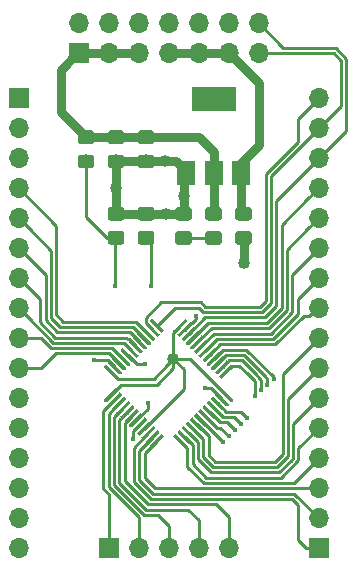
<source format=gbr>
G04 #@! TF.GenerationSoftware,KiCad,Pcbnew,(5.1.0)-1*
G04 #@! TF.CreationDate,2019-04-26T16:32:53+08:00*
G04 #@! TF.ProjectId,stm32,73746d33-322e-46b6-9963-61645f706362,rev?*
G04 #@! TF.SameCoordinates,Original*
G04 #@! TF.FileFunction,Copper,L1,Top*
G04 #@! TF.FilePolarity,Positive*
%FSLAX46Y46*%
G04 Gerber Fmt 4.6, Leading zero omitted, Abs format (unit mm)*
G04 Created by KiCad (PCBNEW (5.1.0)-1) date 2019-04-26 16:32:53*
%MOMM*%
%LPD*%
G04 APERTURE LIST*
%ADD10R,1.700000X1.700000*%
%ADD11O,1.700000X1.700000*%
%ADD12C,0.100000*%
%ADD13C,1.150000*%
%ADD14R,3.800000X2.000000*%
%ADD15R,1.500000X2.000000*%
%ADD16C,0.300000*%
%ADD17C,1.016000*%
%ADD18C,0.400000*%
%ADD19C,0.762000*%
%ADD20C,0.250000*%
G04 APERTURE END LIST*
D10*
X142240000Y-113665000D03*
D11*
X142240000Y-111125000D03*
X142240000Y-108585000D03*
X142240000Y-106045000D03*
X142240000Y-103505000D03*
X142240000Y-100965000D03*
X142240000Y-98425000D03*
X142240000Y-95885000D03*
X142240000Y-93345000D03*
X142240000Y-90805000D03*
X142240000Y-88265000D03*
X142240000Y-85725000D03*
X142240000Y-83185000D03*
X142240000Y-80645000D03*
X142240000Y-78105000D03*
X142240000Y-75565000D03*
D12*
G36*
X136364505Y-86811204D02*
G01*
X136388773Y-86814804D01*
X136412572Y-86820765D01*
X136435671Y-86829030D01*
X136457850Y-86839520D01*
X136478893Y-86852132D01*
X136498599Y-86866747D01*
X136516777Y-86883223D01*
X136533253Y-86901401D01*
X136547868Y-86921107D01*
X136560480Y-86942150D01*
X136570970Y-86964329D01*
X136579235Y-86987428D01*
X136585196Y-87011227D01*
X136588796Y-87035495D01*
X136590000Y-87059999D01*
X136590000Y-87710001D01*
X136588796Y-87734505D01*
X136585196Y-87758773D01*
X136579235Y-87782572D01*
X136570970Y-87805671D01*
X136560480Y-87827850D01*
X136547868Y-87848893D01*
X136533253Y-87868599D01*
X136516777Y-87886777D01*
X136498599Y-87903253D01*
X136478893Y-87917868D01*
X136457850Y-87930480D01*
X136435671Y-87940970D01*
X136412572Y-87949235D01*
X136388773Y-87955196D01*
X136364505Y-87958796D01*
X136340001Y-87960000D01*
X135439999Y-87960000D01*
X135415495Y-87958796D01*
X135391227Y-87955196D01*
X135367428Y-87949235D01*
X135344329Y-87940970D01*
X135322150Y-87930480D01*
X135301107Y-87917868D01*
X135281401Y-87903253D01*
X135263223Y-87886777D01*
X135246747Y-87868599D01*
X135232132Y-87848893D01*
X135219520Y-87827850D01*
X135209030Y-87805671D01*
X135200765Y-87782572D01*
X135194804Y-87758773D01*
X135191204Y-87734505D01*
X135190000Y-87710001D01*
X135190000Y-87059999D01*
X135191204Y-87035495D01*
X135194804Y-87011227D01*
X135200765Y-86987428D01*
X135209030Y-86964329D01*
X135219520Y-86942150D01*
X135232132Y-86921107D01*
X135246747Y-86901401D01*
X135263223Y-86883223D01*
X135281401Y-86866747D01*
X135301107Y-86852132D01*
X135322150Y-86839520D01*
X135344329Y-86829030D01*
X135367428Y-86820765D01*
X135391227Y-86814804D01*
X135415495Y-86811204D01*
X135439999Y-86810000D01*
X136340001Y-86810000D01*
X136364505Y-86811204D01*
X136364505Y-86811204D01*
G37*
D13*
X135890000Y-87385000D03*
D12*
G36*
X136364505Y-84761204D02*
G01*
X136388773Y-84764804D01*
X136412572Y-84770765D01*
X136435671Y-84779030D01*
X136457850Y-84789520D01*
X136478893Y-84802132D01*
X136498599Y-84816747D01*
X136516777Y-84833223D01*
X136533253Y-84851401D01*
X136547868Y-84871107D01*
X136560480Y-84892150D01*
X136570970Y-84914329D01*
X136579235Y-84937428D01*
X136585196Y-84961227D01*
X136588796Y-84985495D01*
X136590000Y-85009999D01*
X136590000Y-85660001D01*
X136588796Y-85684505D01*
X136585196Y-85708773D01*
X136579235Y-85732572D01*
X136570970Y-85755671D01*
X136560480Y-85777850D01*
X136547868Y-85798893D01*
X136533253Y-85818599D01*
X136516777Y-85836777D01*
X136498599Y-85853253D01*
X136478893Y-85867868D01*
X136457850Y-85880480D01*
X136435671Y-85890970D01*
X136412572Y-85899235D01*
X136388773Y-85905196D01*
X136364505Y-85908796D01*
X136340001Y-85910000D01*
X135439999Y-85910000D01*
X135415495Y-85908796D01*
X135391227Y-85905196D01*
X135367428Y-85899235D01*
X135344329Y-85890970D01*
X135322150Y-85880480D01*
X135301107Y-85867868D01*
X135281401Y-85853253D01*
X135263223Y-85836777D01*
X135246747Y-85818599D01*
X135232132Y-85798893D01*
X135219520Y-85777850D01*
X135209030Y-85755671D01*
X135200765Y-85732572D01*
X135194804Y-85708773D01*
X135191204Y-85684505D01*
X135190000Y-85660001D01*
X135190000Y-85009999D01*
X135191204Y-84985495D01*
X135194804Y-84961227D01*
X135200765Y-84937428D01*
X135209030Y-84914329D01*
X135219520Y-84892150D01*
X135232132Y-84871107D01*
X135246747Y-84851401D01*
X135263223Y-84833223D01*
X135281401Y-84816747D01*
X135301107Y-84802132D01*
X135322150Y-84789520D01*
X135344329Y-84779030D01*
X135367428Y-84770765D01*
X135391227Y-84764804D01*
X135415495Y-84761204D01*
X135439999Y-84760000D01*
X136340001Y-84760000D01*
X136364505Y-84761204D01*
X136364505Y-84761204D01*
G37*
D13*
X135890000Y-85335000D03*
D12*
G36*
X125569505Y-78284204D02*
G01*
X125593773Y-78287804D01*
X125617572Y-78293765D01*
X125640671Y-78302030D01*
X125662850Y-78312520D01*
X125683893Y-78325132D01*
X125703599Y-78339747D01*
X125721777Y-78356223D01*
X125738253Y-78374401D01*
X125752868Y-78394107D01*
X125765480Y-78415150D01*
X125775970Y-78437329D01*
X125784235Y-78460428D01*
X125790196Y-78484227D01*
X125793796Y-78508495D01*
X125795000Y-78532999D01*
X125795000Y-79183001D01*
X125793796Y-79207505D01*
X125790196Y-79231773D01*
X125784235Y-79255572D01*
X125775970Y-79278671D01*
X125765480Y-79300850D01*
X125752868Y-79321893D01*
X125738253Y-79341599D01*
X125721777Y-79359777D01*
X125703599Y-79376253D01*
X125683893Y-79390868D01*
X125662850Y-79403480D01*
X125640671Y-79413970D01*
X125617572Y-79422235D01*
X125593773Y-79428196D01*
X125569505Y-79431796D01*
X125545001Y-79433000D01*
X124644999Y-79433000D01*
X124620495Y-79431796D01*
X124596227Y-79428196D01*
X124572428Y-79422235D01*
X124549329Y-79413970D01*
X124527150Y-79403480D01*
X124506107Y-79390868D01*
X124486401Y-79376253D01*
X124468223Y-79359777D01*
X124451747Y-79341599D01*
X124437132Y-79321893D01*
X124424520Y-79300850D01*
X124414030Y-79278671D01*
X124405765Y-79255572D01*
X124399804Y-79231773D01*
X124396204Y-79207505D01*
X124395000Y-79183001D01*
X124395000Y-78532999D01*
X124396204Y-78508495D01*
X124399804Y-78484227D01*
X124405765Y-78460428D01*
X124414030Y-78437329D01*
X124424520Y-78415150D01*
X124437132Y-78394107D01*
X124451747Y-78374401D01*
X124468223Y-78356223D01*
X124486401Y-78339747D01*
X124506107Y-78325132D01*
X124527150Y-78312520D01*
X124549329Y-78302030D01*
X124572428Y-78293765D01*
X124596227Y-78287804D01*
X124620495Y-78284204D01*
X124644999Y-78283000D01*
X125545001Y-78283000D01*
X125569505Y-78284204D01*
X125569505Y-78284204D01*
G37*
D13*
X125095000Y-78858000D03*
D12*
G36*
X125569505Y-80334204D02*
G01*
X125593773Y-80337804D01*
X125617572Y-80343765D01*
X125640671Y-80352030D01*
X125662850Y-80362520D01*
X125683893Y-80375132D01*
X125703599Y-80389747D01*
X125721777Y-80406223D01*
X125738253Y-80424401D01*
X125752868Y-80444107D01*
X125765480Y-80465150D01*
X125775970Y-80487329D01*
X125784235Y-80510428D01*
X125790196Y-80534227D01*
X125793796Y-80558495D01*
X125795000Y-80582999D01*
X125795000Y-81233001D01*
X125793796Y-81257505D01*
X125790196Y-81281773D01*
X125784235Y-81305572D01*
X125775970Y-81328671D01*
X125765480Y-81350850D01*
X125752868Y-81371893D01*
X125738253Y-81391599D01*
X125721777Y-81409777D01*
X125703599Y-81426253D01*
X125683893Y-81440868D01*
X125662850Y-81453480D01*
X125640671Y-81463970D01*
X125617572Y-81472235D01*
X125593773Y-81478196D01*
X125569505Y-81481796D01*
X125545001Y-81483000D01*
X124644999Y-81483000D01*
X124620495Y-81481796D01*
X124596227Y-81478196D01*
X124572428Y-81472235D01*
X124549329Y-81463970D01*
X124527150Y-81453480D01*
X124506107Y-81440868D01*
X124486401Y-81426253D01*
X124468223Y-81409777D01*
X124451747Y-81391599D01*
X124437132Y-81371893D01*
X124424520Y-81350850D01*
X124414030Y-81328671D01*
X124405765Y-81305572D01*
X124399804Y-81281773D01*
X124396204Y-81257505D01*
X124395000Y-81233001D01*
X124395000Y-80582999D01*
X124396204Y-80558495D01*
X124399804Y-80534227D01*
X124405765Y-80510428D01*
X124414030Y-80487329D01*
X124424520Y-80465150D01*
X124437132Y-80444107D01*
X124451747Y-80424401D01*
X124468223Y-80406223D01*
X124486401Y-80389747D01*
X124506107Y-80375132D01*
X124527150Y-80362520D01*
X124549329Y-80352030D01*
X124572428Y-80343765D01*
X124596227Y-80337804D01*
X124620495Y-80334204D01*
X124644999Y-80333000D01*
X125545001Y-80333000D01*
X125569505Y-80334204D01*
X125569505Y-80334204D01*
G37*
D13*
X125095000Y-80908000D03*
D12*
G36*
X128109505Y-80334204D02*
G01*
X128133773Y-80337804D01*
X128157572Y-80343765D01*
X128180671Y-80352030D01*
X128202850Y-80362520D01*
X128223893Y-80375132D01*
X128243599Y-80389747D01*
X128261777Y-80406223D01*
X128278253Y-80424401D01*
X128292868Y-80444107D01*
X128305480Y-80465150D01*
X128315970Y-80487329D01*
X128324235Y-80510428D01*
X128330196Y-80534227D01*
X128333796Y-80558495D01*
X128335000Y-80582999D01*
X128335000Y-81233001D01*
X128333796Y-81257505D01*
X128330196Y-81281773D01*
X128324235Y-81305572D01*
X128315970Y-81328671D01*
X128305480Y-81350850D01*
X128292868Y-81371893D01*
X128278253Y-81391599D01*
X128261777Y-81409777D01*
X128243599Y-81426253D01*
X128223893Y-81440868D01*
X128202850Y-81453480D01*
X128180671Y-81463970D01*
X128157572Y-81472235D01*
X128133773Y-81478196D01*
X128109505Y-81481796D01*
X128085001Y-81483000D01*
X127184999Y-81483000D01*
X127160495Y-81481796D01*
X127136227Y-81478196D01*
X127112428Y-81472235D01*
X127089329Y-81463970D01*
X127067150Y-81453480D01*
X127046107Y-81440868D01*
X127026401Y-81426253D01*
X127008223Y-81409777D01*
X126991747Y-81391599D01*
X126977132Y-81371893D01*
X126964520Y-81350850D01*
X126954030Y-81328671D01*
X126945765Y-81305572D01*
X126939804Y-81281773D01*
X126936204Y-81257505D01*
X126935000Y-81233001D01*
X126935000Y-80582999D01*
X126936204Y-80558495D01*
X126939804Y-80534227D01*
X126945765Y-80510428D01*
X126954030Y-80487329D01*
X126964520Y-80465150D01*
X126977132Y-80444107D01*
X126991747Y-80424401D01*
X127008223Y-80406223D01*
X127026401Y-80389747D01*
X127046107Y-80375132D01*
X127067150Y-80362520D01*
X127089329Y-80352030D01*
X127112428Y-80343765D01*
X127136227Y-80337804D01*
X127160495Y-80334204D01*
X127184999Y-80333000D01*
X128085001Y-80333000D01*
X128109505Y-80334204D01*
X128109505Y-80334204D01*
G37*
D13*
X127635000Y-80908000D03*
D12*
G36*
X128109505Y-78284204D02*
G01*
X128133773Y-78287804D01*
X128157572Y-78293765D01*
X128180671Y-78302030D01*
X128202850Y-78312520D01*
X128223893Y-78325132D01*
X128243599Y-78339747D01*
X128261777Y-78356223D01*
X128278253Y-78374401D01*
X128292868Y-78394107D01*
X128305480Y-78415150D01*
X128315970Y-78437329D01*
X128324235Y-78460428D01*
X128330196Y-78484227D01*
X128333796Y-78508495D01*
X128335000Y-78532999D01*
X128335000Y-79183001D01*
X128333796Y-79207505D01*
X128330196Y-79231773D01*
X128324235Y-79255572D01*
X128315970Y-79278671D01*
X128305480Y-79300850D01*
X128292868Y-79321893D01*
X128278253Y-79341599D01*
X128261777Y-79359777D01*
X128243599Y-79376253D01*
X128223893Y-79390868D01*
X128202850Y-79403480D01*
X128180671Y-79413970D01*
X128157572Y-79422235D01*
X128133773Y-79428196D01*
X128109505Y-79431796D01*
X128085001Y-79433000D01*
X127184999Y-79433000D01*
X127160495Y-79431796D01*
X127136227Y-79428196D01*
X127112428Y-79422235D01*
X127089329Y-79413970D01*
X127067150Y-79403480D01*
X127046107Y-79390868D01*
X127026401Y-79376253D01*
X127008223Y-79359777D01*
X126991747Y-79341599D01*
X126977132Y-79321893D01*
X126964520Y-79300850D01*
X126954030Y-79278671D01*
X126945765Y-79255572D01*
X126939804Y-79231773D01*
X126936204Y-79207505D01*
X126935000Y-79183001D01*
X126935000Y-78532999D01*
X126936204Y-78508495D01*
X126939804Y-78484227D01*
X126945765Y-78460428D01*
X126954030Y-78437329D01*
X126964520Y-78415150D01*
X126977132Y-78394107D01*
X126991747Y-78374401D01*
X127008223Y-78356223D01*
X127026401Y-78339747D01*
X127046107Y-78325132D01*
X127067150Y-78312520D01*
X127089329Y-78302030D01*
X127112428Y-78293765D01*
X127136227Y-78287804D01*
X127160495Y-78284204D01*
X127184999Y-78283000D01*
X128085001Y-78283000D01*
X128109505Y-78284204D01*
X128109505Y-78284204D01*
G37*
D13*
X127635000Y-78858000D03*
D12*
G36*
X125569505Y-86811204D02*
G01*
X125593773Y-86814804D01*
X125617572Y-86820765D01*
X125640671Y-86829030D01*
X125662850Y-86839520D01*
X125683893Y-86852132D01*
X125703599Y-86866747D01*
X125721777Y-86883223D01*
X125738253Y-86901401D01*
X125752868Y-86921107D01*
X125765480Y-86942150D01*
X125775970Y-86964329D01*
X125784235Y-86987428D01*
X125790196Y-87011227D01*
X125793796Y-87035495D01*
X125795000Y-87059999D01*
X125795000Y-87710001D01*
X125793796Y-87734505D01*
X125790196Y-87758773D01*
X125784235Y-87782572D01*
X125775970Y-87805671D01*
X125765480Y-87827850D01*
X125752868Y-87848893D01*
X125738253Y-87868599D01*
X125721777Y-87886777D01*
X125703599Y-87903253D01*
X125683893Y-87917868D01*
X125662850Y-87930480D01*
X125640671Y-87940970D01*
X125617572Y-87949235D01*
X125593773Y-87955196D01*
X125569505Y-87958796D01*
X125545001Y-87960000D01*
X124644999Y-87960000D01*
X124620495Y-87958796D01*
X124596227Y-87955196D01*
X124572428Y-87949235D01*
X124549329Y-87940970D01*
X124527150Y-87930480D01*
X124506107Y-87917868D01*
X124486401Y-87903253D01*
X124468223Y-87886777D01*
X124451747Y-87868599D01*
X124437132Y-87848893D01*
X124424520Y-87827850D01*
X124414030Y-87805671D01*
X124405765Y-87782572D01*
X124399804Y-87758773D01*
X124396204Y-87734505D01*
X124395000Y-87710001D01*
X124395000Y-87059999D01*
X124396204Y-87035495D01*
X124399804Y-87011227D01*
X124405765Y-86987428D01*
X124414030Y-86964329D01*
X124424520Y-86942150D01*
X124437132Y-86921107D01*
X124451747Y-86901401D01*
X124468223Y-86883223D01*
X124486401Y-86866747D01*
X124506107Y-86852132D01*
X124527150Y-86839520D01*
X124549329Y-86829030D01*
X124572428Y-86820765D01*
X124596227Y-86814804D01*
X124620495Y-86811204D01*
X124644999Y-86810000D01*
X125545001Y-86810000D01*
X125569505Y-86811204D01*
X125569505Y-86811204D01*
G37*
D13*
X125095000Y-87385000D03*
D12*
G36*
X125569505Y-84761204D02*
G01*
X125593773Y-84764804D01*
X125617572Y-84770765D01*
X125640671Y-84779030D01*
X125662850Y-84789520D01*
X125683893Y-84802132D01*
X125703599Y-84816747D01*
X125721777Y-84833223D01*
X125738253Y-84851401D01*
X125752868Y-84871107D01*
X125765480Y-84892150D01*
X125775970Y-84914329D01*
X125784235Y-84937428D01*
X125790196Y-84961227D01*
X125793796Y-84985495D01*
X125795000Y-85009999D01*
X125795000Y-85660001D01*
X125793796Y-85684505D01*
X125790196Y-85708773D01*
X125784235Y-85732572D01*
X125775970Y-85755671D01*
X125765480Y-85777850D01*
X125752868Y-85798893D01*
X125738253Y-85818599D01*
X125721777Y-85836777D01*
X125703599Y-85853253D01*
X125683893Y-85867868D01*
X125662850Y-85880480D01*
X125640671Y-85890970D01*
X125617572Y-85899235D01*
X125593773Y-85905196D01*
X125569505Y-85908796D01*
X125545001Y-85910000D01*
X124644999Y-85910000D01*
X124620495Y-85908796D01*
X124596227Y-85905196D01*
X124572428Y-85899235D01*
X124549329Y-85890970D01*
X124527150Y-85880480D01*
X124506107Y-85867868D01*
X124486401Y-85853253D01*
X124468223Y-85836777D01*
X124451747Y-85818599D01*
X124437132Y-85798893D01*
X124424520Y-85777850D01*
X124414030Y-85755671D01*
X124405765Y-85732572D01*
X124399804Y-85708773D01*
X124396204Y-85684505D01*
X124395000Y-85660001D01*
X124395000Y-85009999D01*
X124396204Y-84985495D01*
X124399804Y-84961227D01*
X124405765Y-84937428D01*
X124414030Y-84914329D01*
X124424520Y-84892150D01*
X124437132Y-84871107D01*
X124451747Y-84851401D01*
X124468223Y-84833223D01*
X124486401Y-84816747D01*
X124506107Y-84802132D01*
X124527150Y-84789520D01*
X124549329Y-84779030D01*
X124572428Y-84770765D01*
X124596227Y-84764804D01*
X124620495Y-84761204D01*
X124644999Y-84760000D01*
X125545001Y-84760000D01*
X125569505Y-84761204D01*
X125569505Y-84761204D01*
G37*
D13*
X125095000Y-85335000D03*
D12*
G36*
X131284505Y-84761204D02*
G01*
X131308773Y-84764804D01*
X131332572Y-84770765D01*
X131355671Y-84779030D01*
X131377850Y-84789520D01*
X131398893Y-84802132D01*
X131418599Y-84816747D01*
X131436777Y-84833223D01*
X131453253Y-84851401D01*
X131467868Y-84871107D01*
X131480480Y-84892150D01*
X131490970Y-84914329D01*
X131499235Y-84937428D01*
X131505196Y-84961227D01*
X131508796Y-84985495D01*
X131510000Y-85009999D01*
X131510000Y-85660001D01*
X131508796Y-85684505D01*
X131505196Y-85708773D01*
X131499235Y-85732572D01*
X131490970Y-85755671D01*
X131480480Y-85777850D01*
X131467868Y-85798893D01*
X131453253Y-85818599D01*
X131436777Y-85836777D01*
X131418599Y-85853253D01*
X131398893Y-85867868D01*
X131377850Y-85880480D01*
X131355671Y-85890970D01*
X131332572Y-85899235D01*
X131308773Y-85905196D01*
X131284505Y-85908796D01*
X131260001Y-85910000D01*
X130359999Y-85910000D01*
X130335495Y-85908796D01*
X130311227Y-85905196D01*
X130287428Y-85899235D01*
X130264329Y-85890970D01*
X130242150Y-85880480D01*
X130221107Y-85867868D01*
X130201401Y-85853253D01*
X130183223Y-85836777D01*
X130166747Y-85818599D01*
X130152132Y-85798893D01*
X130139520Y-85777850D01*
X130129030Y-85755671D01*
X130120765Y-85732572D01*
X130114804Y-85708773D01*
X130111204Y-85684505D01*
X130110000Y-85660001D01*
X130110000Y-85009999D01*
X130111204Y-84985495D01*
X130114804Y-84961227D01*
X130120765Y-84937428D01*
X130129030Y-84914329D01*
X130139520Y-84892150D01*
X130152132Y-84871107D01*
X130166747Y-84851401D01*
X130183223Y-84833223D01*
X130201401Y-84816747D01*
X130221107Y-84802132D01*
X130242150Y-84789520D01*
X130264329Y-84779030D01*
X130287428Y-84770765D01*
X130311227Y-84764804D01*
X130335495Y-84761204D01*
X130359999Y-84760000D01*
X131260001Y-84760000D01*
X131284505Y-84761204D01*
X131284505Y-84761204D01*
G37*
D13*
X130810000Y-85335000D03*
D12*
G36*
X131284505Y-86811204D02*
G01*
X131308773Y-86814804D01*
X131332572Y-86820765D01*
X131355671Y-86829030D01*
X131377850Y-86839520D01*
X131398893Y-86852132D01*
X131418599Y-86866747D01*
X131436777Y-86883223D01*
X131453253Y-86901401D01*
X131467868Y-86921107D01*
X131480480Y-86942150D01*
X131490970Y-86964329D01*
X131499235Y-86987428D01*
X131505196Y-87011227D01*
X131508796Y-87035495D01*
X131510000Y-87059999D01*
X131510000Y-87710001D01*
X131508796Y-87734505D01*
X131505196Y-87758773D01*
X131499235Y-87782572D01*
X131490970Y-87805671D01*
X131480480Y-87827850D01*
X131467868Y-87848893D01*
X131453253Y-87868599D01*
X131436777Y-87886777D01*
X131418599Y-87903253D01*
X131398893Y-87917868D01*
X131377850Y-87930480D01*
X131355671Y-87940970D01*
X131332572Y-87949235D01*
X131308773Y-87955196D01*
X131284505Y-87958796D01*
X131260001Y-87960000D01*
X130359999Y-87960000D01*
X130335495Y-87958796D01*
X130311227Y-87955196D01*
X130287428Y-87949235D01*
X130264329Y-87940970D01*
X130242150Y-87930480D01*
X130221107Y-87917868D01*
X130201401Y-87903253D01*
X130183223Y-87886777D01*
X130166747Y-87868599D01*
X130152132Y-87848893D01*
X130139520Y-87827850D01*
X130129030Y-87805671D01*
X130120765Y-87782572D01*
X130114804Y-87758773D01*
X130111204Y-87734505D01*
X130110000Y-87710001D01*
X130110000Y-87059999D01*
X130111204Y-87035495D01*
X130114804Y-87011227D01*
X130120765Y-86987428D01*
X130129030Y-86964329D01*
X130139520Y-86942150D01*
X130152132Y-86921107D01*
X130166747Y-86901401D01*
X130183223Y-86883223D01*
X130201401Y-86866747D01*
X130221107Y-86852132D01*
X130242150Y-86839520D01*
X130264329Y-86829030D01*
X130287428Y-86820765D01*
X130311227Y-86814804D01*
X130335495Y-86811204D01*
X130359999Y-86810000D01*
X131260001Y-86810000D01*
X131284505Y-86811204D01*
X131284505Y-86811204D01*
G37*
D13*
X130810000Y-87385000D03*
D10*
X124460000Y-113665000D03*
D11*
X127000000Y-113665000D03*
X129540000Y-113665000D03*
X132080000Y-113665000D03*
X134620000Y-113665000D03*
X116840000Y-113665000D03*
X116840000Y-111125000D03*
X116840000Y-108585000D03*
X116840000Y-106045000D03*
X116840000Y-103505000D03*
X116840000Y-100965000D03*
X116840000Y-98425000D03*
X116840000Y-95885000D03*
X116840000Y-93345000D03*
X116840000Y-90805000D03*
X116840000Y-88265000D03*
X116840000Y-85725000D03*
X116840000Y-83185000D03*
X116840000Y-80645000D03*
X116840000Y-78105000D03*
D10*
X116840000Y-75565000D03*
D12*
G36*
X133824505Y-84761204D02*
G01*
X133848773Y-84764804D01*
X133872572Y-84770765D01*
X133895671Y-84779030D01*
X133917850Y-84789520D01*
X133938893Y-84802132D01*
X133958599Y-84816747D01*
X133976777Y-84833223D01*
X133993253Y-84851401D01*
X134007868Y-84871107D01*
X134020480Y-84892150D01*
X134030970Y-84914329D01*
X134039235Y-84937428D01*
X134045196Y-84961227D01*
X134048796Y-84985495D01*
X134050000Y-85009999D01*
X134050000Y-85660001D01*
X134048796Y-85684505D01*
X134045196Y-85708773D01*
X134039235Y-85732572D01*
X134030970Y-85755671D01*
X134020480Y-85777850D01*
X134007868Y-85798893D01*
X133993253Y-85818599D01*
X133976777Y-85836777D01*
X133958599Y-85853253D01*
X133938893Y-85867868D01*
X133917850Y-85880480D01*
X133895671Y-85890970D01*
X133872572Y-85899235D01*
X133848773Y-85905196D01*
X133824505Y-85908796D01*
X133800001Y-85910000D01*
X132899999Y-85910000D01*
X132875495Y-85908796D01*
X132851227Y-85905196D01*
X132827428Y-85899235D01*
X132804329Y-85890970D01*
X132782150Y-85880480D01*
X132761107Y-85867868D01*
X132741401Y-85853253D01*
X132723223Y-85836777D01*
X132706747Y-85818599D01*
X132692132Y-85798893D01*
X132679520Y-85777850D01*
X132669030Y-85755671D01*
X132660765Y-85732572D01*
X132654804Y-85708773D01*
X132651204Y-85684505D01*
X132650000Y-85660001D01*
X132650000Y-85009999D01*
X132651204Y-84985495D01*
X132654804Y-84961227D01*
X132660765Y-84937428D01*
X132669030Y-84914329D01*
X132679520Y-84892150D01*
X132692132Y-84871107D01*
X132706747Y-84851401D01*
X132723223Y-84833223D01*
X132741401Y-84816747D01*
X132761107Y-84802132D01*
X132782150Y-84789520D01*
X132804329Y-84779030D01*
X132827428Y-84770765D01*
X132851227Y-84764804D01*
X132875495Y-84761204D01*
X132899999Y-84760000D01*
X133800001Y-84760000D01*
X133824505Y-84761204D01*
X133824505Y-84761204D01*
G37*
D13*
X133350000Y-85335000D03*
D12*
G36*
X133824505Y-86811204D02*
G01*
X133848773Y-86814804D01*
X133872572Y-86820765D01*
X133895671Y-86829030D01*
X133917850Y-86839520D01*
X133938893Y-86852132D01*
X133958599Y-86866747D01*
X133976777Y-86883223D01*
X133993253Y-86901401D01*
X134007868Y-86921107D01*
X134020480Y-86942150D01*
X134030970Y-86964329D01*
X134039235Y-86987428D01*
X134045196Y-87011227D01*
X134048796Y-87035495D01*
X134050000Y-87059999D01*
X134050000Y-87710001D01*
X134048796Y-87734505D01*
X134045196Y-87758773D01*
X134039235Y-87782572D01*
X134030970Y-87805671D01*
X134020480Y-87827850D01*
X134007868Y-87848893D01*
X133993253Y-87868599D01*
X133976777Y-87886777D01*
X133958599Y-87903253D01*
X133938893Y-87917868D01*
X133917850Y-87930480D01*
X133895671Y-87940970D01*
X133872572Y-87949235D01*
X133848773Y-87955196D01*
X133824505Y-87958796D01*
X133800001Y-87960000D01*
X132899999Y-87960000D01*
X132875495Y-87958796D01*
X132851227Y-87955196D01*
X132827428Y-87949235D01*
X132804329Y-87940970D01*
X132782150Y-87930480D01*
X132761107Y-87917868D01*
X132741401Y-87903253D01*
X132723223Y-87886777D01*
X132706747Y-87868599D01*
X132692132Y-87848893D01*
X132679520Y-87827850D01*
X132669030Y-87805671D01*
X132660765Y-87782572D01*
X132654804Y-87758773D01*
X132651204Y-87734505D01*
X132650000Y-87710001D01*
X132650000Y-87059999D01*
X132651204Y-87035495D01*
X132654804Y-87011227D01*
X132660765Y-86987428D01*
X132669030Y-86964329D01*
X132679520Y-86942150D01*
X132692132Y-86921107D01*
X132706747Y-86901401D01*
X132723223Y-86883223D01*
X132741401Y-86866747D01*
X132761107Y-86852132D01*
X132782150Y-86839520D01*
X132804329Y-86829030D01*
X132827428Y-86820765D01*
X132851227Y-86814804D01*
X132875495Y-86811204D01*
X132899999Y-86810000D01*
X133800001Y-86810000D01*
X133824505Y-86811204D01*
X133824505Y-86811204D01*
G37*
D13*
X133350000Y-87385000D03*
D12*
G36*
X123029505Y-78284204D02*
G01*
X123053773Y-78287804D01*
X123077572Y-78293765D01*
X123100671Y-78302030D01*
X123122850Y-78312520D01*
X123143893Y-78325132D01*
X123163599Y-78339747D01*
X123181777Y-78356223D01*
X123198253Y-78374401D01*
X123212868Y-78394107D01*
X123225480Y-78415150D01*
X123235970Y-78437329D01*
X123244235Y-78460428D01*
X123250196Y-78484227D01*
X123253796Y-78508495D01*
X123255000Y-78532999D01*
X123255000Y-79183001D01*
X123253796Y-79207505D01*
X123250196Y-79231773D01*
X123244235Y-79255572D01*
X123235970Y-79278671D01*
X123225480Y-79300850D01*
X123212868Y-79321893D01*
X123198253Y-79341599D01*
X123181777Y-79359777D01*
X123163599Y-79376253D01*
X123143893Y-79390868D01*
X123122850Y-79403480D01*
X123100671Y-79413970D01*
X123077572Y-79422235D01*
X123053773Y-79428196D01*
X123029505Y-79431796D01*
X123005001Y-79433000D01*
X122104999Y-79433000D01*
X122080495Y-79431796D01*
X122056227Y-79428196D01*
X122032428Y-79422235D01*
X122009329Y-79413970D01*
X121987150Y-79403480D01*
X121966107Y-79390868D01*
X121946401Y-79376253D01*
X121928223Y-79359777D01*
X121911747Y-79341599D01*
X121897132Y-79321893D01*
X121884520Y-79300850D01*
X121874030Y-79278671D01*
X121865765Y-79255572D01*
X121859804Y-79231773D01*
X121856204Y-79207505D01*
X121855000Y-79183001D01*
X121855000Y-78532999D01*
X121856204Y-78508495D01*
X121859804Y-78484227D01*
X121865765Y-78460428D01*
X121874030Y-78437329D01*
X121884520Y-78415150D01*
X121897132Y-78394107D01*
X121911747Y-78374401D01*
X121928223Y-78356223D01*
X121946401Y-78339747D01*
X121966107Y-78325132D01*
X121987150Y-78312520D01*
X122009329Y-78302030D01*
X122032428Y-78293765D01*
X122056227Y-78287804D01*
X122080495Y-78284204D01*
X122104999Y-78283000D01*
X123005001Y-78283000D01*
X123029505Y-78284204D01*
X123029505Y-78284204D01*
G37*
D13*
X122555000Y-78858000D03*
D12*
G36*
X123029505Y-80334204D02*
G01*
X123053773Y-80337804D01*
X123077572Y-80343765D01*
X123100671Y-80352030D01*
X123122850Y-80362520D01*
X123143893Y-80375132D01*
X123163599Y-80389747D01*
X123181777Y-80406223D01*
X123198253Y-80424401D01*
X123212868Y-80444107D01*
X123225480Y-80465150D01*
X123235970Y-80487329D01*
X123244235Y-80510428D01*
X123250196Y-80534227D01*
X123253796Y-80558495D01*
X123255000Y-80582999D01*
X123255000Y-81233001D01*
X123253796Y-81257505D01*
X123250196Y-81281773D01*
X123244235Y-81305572D01*
X123235970Y-81328671D01*
X123225480Y-81350850D01*
X123212868Y-81371893D01*
X123198253Y-81391599D01*
X123181777Y-81409777D01*
X123163599Y-81426253D01*
X123143893Y-81440868D01*
X123122850Y-81453480D01*
X123100671Y-81463970D01*
X123077572Y-81472235D01*
X123053773Y-81478196D01*
X123029505Y-81481796D01*
X123005001Y-81483000D01*
X122104999Y-81483000D01*
X122080495Y-81481796D01*
X122056227Y-81478196D01*
X122032428Y-81472235D01*
X122009329Y-81463970D01*
X121987150Y-81453480D01*
X121966107Y-81440868D01*
X121946401Y-81426253D01*
X121928223Y-81409777D01*
X121911747Y-81391599D01*
X121897132Y-81371893D01*
X121884520Y-81350850D01*
X121874030Y-81328671D01*
X121865765Y-81305572D01*
X121859804Y-81281773D01*
X121856204Y-81257505D01*
X121855000Y-81233001D01*
X121855000Y-80582999D01*
X121856204Y-80558495D01*
X121859804Y-80534227D01*
X121865765Y-80510428D01*
X121874030Y-80487329D01*
X121884520Y-80465150D01*
X121897132Y-80444107D01*
X121911747Y-80424401D01*
X121928223Y-80406223D01*
X121946401Y-80389747D01*
X121966107Y-80375132D01*
X121987150Y-80362520D01*
X122009329Y-80352030D01*
X122032428Y-80343765D01*
X122056227Y-80337804D01*
X122080495Y-80334204D01*
X122104999Y-80333000D01*
X123005001Y-80333000D01*
X123029505Y-80334204D01*
X123029505Y-80334204D01*
G37*
D13*
X122555000Y-80908000D03*
D12*
G36*
X128109505Y-84761204D02*
G01*
X128133773Y-84764804D01*
X128157572Y-84770765D01*
X128180671Y-84779030D01*
X128202850Y-84789520D01*
X128223893Y-84802132D01*
X128243599Y-84816747D01*
X128261777Y-84833223D01*
X128278253Y-84851401D01*
X128292868Y-84871107D01*
X128305480Y-84892150D01*
X128315970Y-84914329D01*
X128324235Y-84937428D01*
X128330196Y-84961227D01*
X128333796Y-84985495D01*
X128335000Y-85009999D01*
X128335000Y-85660001D01*
X128333796Y-85684505D01*
X128330196Y-85708773D01*
X128324235Y-85732572D01*
X128315970Y-85755671D01*
X128305480Y-85777850D01*
X128292868Y-85798893D01*
X128278253Y-85818599D01*
X128261777Y-85836777D01*
X128243599Y-85853253D01*
X128223893Y-85867868D01*
X128202850Y-85880480D01*
X128180671Y-85890970D01*
X128157572Y-85899235D01*
X128133773Y-85905196D01*
X128109505Y-85908796D01*
X128085001Y-85910000D01*
X127184999Y-85910000D01*
X127160495Y-85908796D01*
X127136227Y-85905196D01*
X127112428Y-85899235D01*
X127089329Y-85890970D01*
X127067150Y-85880480D01*
X127046107Y-85867868D01*
X127026401Y-85853253D01*
X127008223Y-85836777D01*
X126991747Y-85818599D01*
X126977132Y-85798893D01*
X126964520Y-85777850D01*
X126954030Y-85755671D01*
X126945765Y-85732572D01*
X126939804Y-85708773D01*
X126936204Y-85684505D01*
X126935000Y-85660001D01*
X126935000Y-85009999D01*
X126936204Y-84985495D01*
X126939804Y-84961227D01*
X126945765Y-84937428D01*
X126954030Y-84914329D01*
X126964520Y-84892150D01*
X126977132Y-84871107D01*
X126991747Y-84851401D01*
X127008223Y-84833223D01*
X127026401Y-84816747D01*
X127046107Y-84802132D01*
X127067150Y-84789520D01*
X127089329Y-84779030D01*
X127112428Y-84770765D01*
X127136227Y-84764804D01*
X127160495Y-84761204D01*
X127184999Y-84760000D01*
X128085001Y-84760000D01*
X128109505Y-84761204D01*
X128109505Y-84761204D01*
G37*
D13*
X127635000Y-85335000D03*
D12*
G36*
X128109505Y-86811204D02*
G01*
X128133773Y-86814804D01*
X128157572Y-86820765D01*
X128180671Y-86829030D01*
X128202850Y-86839520D01*
X128223893Y-86852132D01*
X128243599Y-86866747D01*
X128261777Y-86883223D01*
X128278253Y-86901401D01*
X128292868Y-86921107D01*
X128305480Y-86942150D01*
X128315970Y-86964329D01*
X128324235Y-86987428D01*
X128330196Y-87011227D01*
X128333796Y-87035495D01*
X128335000Y-87059999D01*
X128335000Y-87710001D01*
X128333796Y-87734505D01*
X128330196Y-87758773D01*
X128324235Y-87782572D01*
X128315970Y-87805671D01*
X128305480Y-87827850D01*
X128292868Y-87848893D01*
X128278253Y-87868599D01*
X128261777Y-87886777D01*
X128243599Y-87903253D01*
X128223893Y-87917868D01*
X128202850Y-87930480D01*
X128180671Y-87940970D01*
X128157572Y-87949235D01*
X128133773Y-87955196D01*
X128109505Y-87958796D01*
X128085001Y-87960000D01*
X127184999Y-87960000D01*
X127160495Y-87958796D01*
X127136227Y-87955196D01*
X127112428Y-87949235D01*
X127089329Y-87940970D01*
X127067150Y-87930480D01*
X127046107Y-87917868D01*
X127026401Y-87903253D01*
X127008223Y-87886777D01*
X126991747Y-87868599D01*
X126977132Y-87848893D01*
X126964520Y-87827850D01*
X126954030Y-87805671D01*
X126945765Y-87782572D01*
X126939804Y-87758773D01*
X126936204Y-87734505D01*
X126935000Y-87710001D01*
X126935000Y-87059999D01*
X126936204Y-87035495D01*
X126939804Y-87011227D01*
X126945765Y-86987428D01*
X126954030Y-86964329D01*
X126964520Y-86942150D01*
X126977132Y-86921107D01*
X126991747Y-86901401D01*
X127008223Y-86883223D01*
X127026401Y-86866747D01*
X127046107Y-86852132D01*
X127067150Y-86839520D01*
X127089329Y-86829030D01*
X127112428Y-86820765D01*
X127136227Y-86814804D01*
X127160495Y-86811204D01*
X127184999Y-86810000D01*
X128085001Y-86810000D01*
X128109505Y-86811204D01*
X128109505Y-86811204D01*
G37*
D13*
X127635000Y-87385000D03*
D14*
X133350000Y-75590000D03*
D15*
X133350000Y-81890000D03*
X135650000Y-81890000D03*
X131050000Y-81890000D03*
D12*
G36*
X125074900Y-100097658D02*
G01*
X125082181Y-100098738D01*
X125089320Y-100100526D01*
X125096250Y-100103006D01*
X125102904Y-100106153D01*
X125109217Y-100109937D01*
X125115128Y-100114321D01*
X125120582Y-100119264D01*
X125226648Y-100225330D01*
X125231591Y-100230784D01*
X125235975Y-100236695D01*
X125239759Y-100243008D01*
X125242906Y-100249662D01*
X125245386Y-100256592D01*
X125247174Y-100263731D01*
X125248254Y-100271012D01*
X125248615Y-100278363D01*
X125248254Y-100285714D01*
X125247174Y-100292995D01*
X125245386Y-100300134D01*
X125242906Y-100307064D01*
X125239759Y-100313718D01*
X125235975Y-100320031D01*
X125231591Y-100325942D01*
X125226648Y-100331396D01*
X124289732Y-101268312D01*
X124284278Y-101273255D01*
X124278367Y-101277639D01*
X124272054Y-101281423D01*
X124265400Y-101284570D01*
X124258470Y-101287050D01*
X124251331Y-101288838D01*
X124244050Y-101289918D01*
X124236699Y-101290279D01*
X124229348Y-101289918D01*
X124222067Y-101288838D01*
X124214928Y-101287050D01*
X124207998Y-101284570D01*
X124201344Y-101281423D01*
X124195031Y-101277639D01*
X124189120Y-101273255D01*
X124183666Y-101268312D01*
X124077600Y-101162246D01*
X124072657Y-101156792D01*
X124068273Y-101150881D01*
X124064489Y-101144568D01*
X124061342Y-101137914D01*
X124058862Y-101130984D01*
X124057074Y-101123845D01*
X124055994Y-101116564D01*
X124055633Y-101109213D01*
X124055994Y-101101862D01*
X124057074Y-101094581D01*
X124058862Y-101087442D01*
X124061342Y-101080512D01*
X124064489Y-101073858D01*
X124068273Y-101067545D01*
X124072657Y-101061634D01*
X124077600Y-101056180D01*
X125014516Y-100119264D01*
X125019970Y-100114321D01*
X125025881Y-100109937D01*
X125032194Y-100106153D01*
X125038848Y-100103006D01*
X125045778Y-100100526D01*
X125052917Y-100098738D01*
X125060198Y-100097658D01*
X125067549Y-100097297D01*
X125074900Y-100097658D01*
X125074900Y-100097658D01*
G37*
D16*
X124652124Y-100693788D03*
D12*
G36*
X125428454Y-100451212D02*
G01*
X125435735Y-100452292D01*
X125442874Y-100454080D01*
X125449804Y-100456560D01*
X125456458Y-100459707D01*
X125462771Y-100463491D01*
X125468682Y-100467875D01*
X125474136Y-100472818D01*
X125580202Y-100578884D01*
X125585145Y-100584338D01*
X125589529Y-100590249D01*
X125593313Y-100596562D01*
X125596460Y-100603216D01*
X125598940Y-100610146D01*
X125600728Y-100617285D01*
X125601808Y-100624566D01*
X125602169Y-100631917D01*
X125601808Y-100639268D01*
X125600728Y-100646549D01*
X125598940Y-100653688D01*
X125596460Y-100660618D01*
X125593313Y-100667272D01*
X125589529Y-100673585D01*
X125585145Y-100679496D01*
X125580202Y-100684950D01*
X124643286Y-101621866D01*
X124637832Y-101626809D01*
X124631921Y-101631193D01*
X124625608Y-101634977D01*
X124618954Y-101638124D01*
X124612024Y-101640604D01*
X124604885Y-101642392D01*
X124597604Y-101643472D01*
X124590253Y-101643833D01*
X124582902Y-101643472D01*
X124575621Y-101642392D01*
X124568482Y-101640604D01*
X124561552Y-101638124D01*
X124554898Y-101634977D01*
X124548585Y-101631193D01*
X124542674Y-101626809D01*
X124537220Y-101621866D01*
X124431154Y-101515800D01*
X124426211Y-101510346D01*
X124421827Y-101504435D01*
X124418043Y-101498122D01*
X124414896Y-101491468D01*
X124412416Y-101484538D01*
X124410628Y-101477399D01*
X124409548Y-101470118D01*
X124409187Y-101462767D01*
X124409548Y-101455416D01*
X124410628Y-101448135D01*
X124412416Y-101440996D01*
X124414896Y-101434066D01*
X124418043Y-101427412D01*
X124421827Y-101421099D01*
X124426211Y-101415188D01*
X124431154Y-101409734D01*
X125368070Y-100472818D01*
X125373524Y-100467875D01*
X125379435Y-100463491D01*
X125385748Y-100459707D01*
X125392402Y-100456560D01*
X125399332Y-100454080D01*
X125406471Y-100452292D01*
X125413752Y-100451212D01*
X125421103Y-100450851D01*
X125428454Y-100451212D01*
X125428454Y-100451212D01*
G37*
D16*
X125005678Y-101047342D03*
D12*
G36*
X125782007Y-100804765D02*
G01*
X125789288Y-100805845D01*
X125796427Y-100807633D01*
X125803357Y-100810113D01*
X125810011Y-100813260D01*
X125816324Y-100817044D01*
X125822235Y-100821428D01*
X125827689Y-100826371D01*
X125933755Y-100932437D01*
X125938698Y-100937891D01*
X125943082Y-100943802D01*
X125946866Y-100950115D01*
X125950013Y-100956769D01*
X125952493Y-100963699D01*
X125954281Y-100970838D01*
X125955361Y-100978119D01*
X125955722Y-100985470D01*
X125955361Y-100992821D01*
X125954281Y-101000102D01*
X125952493Y-101007241D01*
X125950013Y-101014171D01*
X125946866Y-101020825D01*
X125943082Y-101027138D01*
X125938698Y-101033049D01*
X125933755Y-101038503D01*
X124996839Y-101975419D01*
X124991385Y-101980362D01*
X124985474Y-101984746D01*
X124979161Y-101988530D01*
X124972507Y-101991677D01*
X124965577Y-101994157D01*
X124958438Y-101995945D01*
X124951157Y-101997025D01*
X124943806Y-101997386D01*
X124936455Y-101997025D01*
X124929174Y-101995945D01*
X124922035Y-101994157D01*
X124915105Y-101991677D01*
X124908451Y-101988530D01*
X124902138Y-101984746D01*
X124896227Y-101980362D01*
X124890773Y-101975419D01*
X124784707Y-101869353D01*
X124779764Y-101863899D01*
X124775380Y-101857988D01*
X124771596Y-101851675D01*
X124768449Y-101845021D01*
X124765969Y-101838091D01*
X124764181Y-101830952D01*
X124763101Y-101823671D01*
X124762740Y-101816320D01*
X124763101Y-101808969D01*
X124764181Y-101801688D01*
X124765969Y-101794549D01*
X124768449Y-101787619D01*
X124771596Y-101780965D01*
X124775380Y-101774652D01*
X124779764Y-101768741D01*
X124784707Y-101763287D01*
X125721623Y-100826371D01*
X125727077Y-100821428D01*
X125732988Y-100817044D01*
X125739301Y-100813260D01*
X125745955Y-100810113D01*
X125752885Y-100807633D01*
X125760024Y-100805845D01*
X125767305Y-100804765D01*
X125774656Y-100804404D01*
X125782007Y-100804765D01*
X125782007Y-100804765D01*
G37*
D16*
X125359231Y-101400895D03*
D12*
G36*
X126135561Y-101158319D02*
G01*
X126142842Y-101159399D01*
X126149981Y-101161187D01*
X126156911Y-101163667D01*
X126163565Y-101166814D01*
X126169878Y-101170598D01*
X126175789Y-101174982D01*
X126181243Y-101179925D01*
X126287309Y-101285991D01*
X126292252Y-101291445D01*
X126296636Y-101297356D01*
X126300420Y-101303669D01*
X126303567Y-101310323D01*
X126306047Y-101317253D01*
X126307835Y-101324392D01*
X126308915Y-101331673D01*
X126309276Y-101339024D01*
X126308915Y-101346375D01*
X126307835Y-101353656D01*
X126306047Y-101360795D01*
X126303567Y-101367725D01*
X126300420Y-101374379D01*
X126296636Y-101380692D01*
X126292252Y-101386603D01*
X126287309Y-101392057D01*
X125350393Y-102328973D01*
X125344939Y-102333916D01*
X125339028Y-102338300D01*
X125332715Y-102342084D01*
X125326061Y-102345231D01*
X125319131Y-102347711D01*
X125311992Y-102349499D01*
X125304711Y-102350579D01*
X125297360Y-102350940D01*
X125290009Y-102350579D01*
X125282728Y-102349499D01*
X125275589Y-102347711D01*
X125268659Y-102345231D01*
X125262005Y-102342084D01*
X125255692Y-102338300D01*
X125249781Y-102333916D01*
X125244327Y-102328973D01*
X125138261Y-102222907D01*
X125133318Y-102217453D01*
X125128934Y-102211542D01*
X125125150Y-102205229D01*
X125122003Y-102198575D01*
X125119523Y-102191645D01*
X125117735Y-102184506D01*
X125116655Y-102177225D01*
X125116294Y-102169874D01*
X125116655Y-102162523D01*
X125117735Y-102155242D01*
X125119523Y-102148103D01*
X125122003Y-102141173D01*
X125125150Y-102134519D01*
X125128934Y-102128206D01*
X125133318Y-102122295D01*
X125138261Y-102116841D01*
X126075177Y-101179925D01*
X126080631Y-101174982D01*
X126086542Y-101170598D01*
X126092855Y-101166814D01*
X126099509Y-101163667D01*
X126106439Y-101161187D01*
X126113578Y-101159399D01*
X126120859Y-101158319D01*
X126128210Y-101157958D01*
X126135561Y-101158319D01*
X126135561Y-101158319D01*
G37*
D16*
X125712785Y-101754449D03*
D12*
G36*
X126489114Y-101511872D02*
G01*
X126496395Y-101512952D01*
X126503534Y-101514740D01*
X126510464Y-101517220D01*
X126517118Y-101520367D01*
X126523431Y-101524151D01*
X126529342Y-101528535D01*
X126534796Y-101533478D01*
X126640862Y-101639544D01*
X126645805Y-101644998D01*
X126650189Y-101650909D01*
X126653973Y-101657222D01*
X126657120Y-101663876D01*
X126659600Y-101670806D01*
X126661388Y-101677945D01*
X126662468Y-101685226D01*
X126662829Y-101692577D01*
X126662468Y-101699928D01*
X126661388Y-101707209D01*
X126659600Y-101714348D01*
X126657120Y-101721278D01*
X126653973Y-101727932D01*
X126650189Y-101734245D01*
X126645805Y-101740156D01*
X126640862Y-101745610D01*
X125703946Y-102682526D01*
X125698492Y-102687469D01*
X125692581Y-102691853D01*
X125686268Y-102695637D01*
X125679614Y-102698784D01*
X125672684Y-102701264D01*
X125665545Y-102703052D01*
X125658264Y-102704132D01*
X125650913Y-102704493D01*
X125643562Y-102704132D01*
X125636281Y-102703052D01*
X125629142Y-102701264D01*
X125622212Y-102698784D01*
X125615558Y-102695637D01*
X125609245Y-102691853D01*
X125603334Y-102687469D01*
X125597880Y-102682526D01*
X125491814Y-102576460D01*
X125486871Y-102571006D01*
X125482487Y-102565095D01*
X125478703Y-102558782D01*
X125475556Y-102552128D01*
X125473076Y-102545198D01*
X125471288Y-102538059D01*
X125470208Y-102530778D01*
X125469847Y-102523427D01*
X125470208Y-102516076D01*
X125471288Y-102508795D01*
X125473076Y-102501656D01*
X125475556Y-102494726D01*
X125478703Y-102488072D01*
X125482487Y-102481759D01*
X125486871Y-102475848D01*
X125491814Y-102470394D01*
X126428730Y-101533478D01*
X126434184Y-101528535D01*
X126440095Y-101524151D01*
X126446408Y-101520367D01*
X126453062Y-101517220D01*
X126459992Y-101514740D01*
X126467131Y-101512952D01*
X126474412Y-101511872D01*
X126481763Y-101511511D01*
X126489114Y-101511872D01*
X126489114Y-101511872D01*
G37*
D16*
X126066338Y-102108002D03*
D12*
G36*
X126842667Y-101865425D02*
G01*
X126849948Y-101866505D01*
X126857087Y-101868293D01*
X126864017Y-101870773D01*
X126870671Y-101873920D01*
X126876984Y-101877704D01*
X126882895Y-101882088D01*
X126888349Y-101887031D01*
X126994415Y-101993097D01*
X126999358Y-101998551D01*
X127003742Y-102004462D01*
X127007526Y-102010775D01*
X127010673Y-102017429D01*
X127013153Y-102024359D01*
X127014941Y-102031498D01*
X127016021Y-102038779D01*
X127016382Y-102046130D01*
X127016021Y-102053481D01*
X127014941Y-102060762D01*
X127013153Y-102067901D01*
X127010673Y-102074831D01*
X127007526Y-102081485D01*
X127003742Y-102087798D01*
X126999358Y-102093709D01*
X126994415Y-102099163D01*
X126057499Y-103036079D01*
X126052045Y-103041022D01*
X126046134Y-103045406D01*
X126039821Y-103049190D01*
X126033167Y-103052337D01*
X126026237Y-103054817D01*
X126019098Y-103056605D01*
X126011817Y-103057685D01*
X126004466Y-103058046D01*
X125997115Y-103057685D01*
X125989834Y-103056605D01*
X125982695Y-103054817D01*
X125975765Y-103052337D01*
X125969111Y-103049190D01*
X125962798Y-103045406D01*
X125956887Y-103041022D01*
X125951433Y-103036079D01*
X125845367Y-102930013D01*
X125840424Y-102924559D01*
X125836040Y-102918648D01*
X125832256Y-102912335D01*
X125829109Y-102905681D01*
X125826629Y-102898751D01*
X125824841Y-102891612D01*
X125823761Y-102884331D01*
X125823400Y-102876980D01*
X125823761Y-102869629D01*
X125824841Y-102862348D01*
X125826629Y-102855209D01*
X125829109Y-102848279D01*
X125832256Y-102841625D01*
X125836040Y-102835312D01*
X125840424Y-102829401D01*
X125845367Y-102823947D01*
X126782283Y-101887031D01*
X126787737Y-101882088D01*
X126793648Y-101877704D01*
X126799961Y-101873920D01*
X126806615Y-101870773D01*
X126813545Y-101868293D01*
X126820684Y-101866505D01*
X126827965Y-101865425D01*
X126835316Y-101865064D01*
X126842667Y-101865425D01*
X126842667Y-101865425D01*
G37*
D16*
X126419891Y-102461555D03*
D12*
G36*
X127196221Y-102218979D02*
G01*
X127203502Y-102220059D01*
X127210641Y-102221847D01*
X127217571Y-102224327D01*
X127224225Y-102227474D01*
X127230538Y-102231258D01*
X127236449Y-102235642D01*
X127241903Y-102240585D01*
X127347969Y-102346651D01*
X127352912Y-102352105D01*
X127357296Y-102358016D01*
X127361080Y-102364329D01*
X127364227Y-102370983D01*
X127366707Y-102377913D01*
X127368495Y-102385052D01*
X127369575Y-102392333D01*
X127369936Y-102399684D01*
X127369575Y-102407035D01*
X127368495Y-102414316D01*
X127366707Y-102421455D01*
X127364227Y-102428385D01*
X127361080Y-102435039D01*
X127357296Y-102441352D01*
X127352912Y-102447263D01*
X127347969Y-102452717D01*
X126411053Y-103389633D01*
X126405599Y-103394576D01*
X126399688Y-103398960D01*
X126393375Y-103402744D01*
X126386721Y-103405891D01*
X126379791Y-103408371D01*
X126372652Y-103410159D01*
X126365371Y-103411239D01*
X126358020Y-103411600D01*
X126350669Y-103411239D01*
X126343388Y-103410159D01*
X126336249Y-103408371D01*
X126329319Y-103405891D01*
X126322665Y-103402744D01*
X126316352Y-103398960D01*
X126310441Y-103394576D01*
X126304987Y-103389633D01*
X126198921Y-103283567D01*
X126193978Y-103278113D01*
X126189594Y-103272202D01*
X126185810Y-103265889D01*
X126182663Y-103259235D01*
X126180183Y-103252305D01*
X126178395Y-103245166D01*
X126177315Y-103237885D01*
X126176954Y-103230534D01*
X126177315Y-103223183D01*
X126178395Y-103215902D01*
X126180183Y-103208763D01*
X126182663Y-103201833D01*
X126185810Y-103195179D01*
X126189594Y-103188866D01*
X126193978Y-103182955D01*
X126198921Y-103177501D01*
X127135837Y-102240585D01*
X127141291Y-102235642D01*
X127147202Y-102231258D01*
X127153515Y-102227474D01*
X127160169Y-102224327D01*
X127167099Y-102221847D01*
X127174238Y-102220059D01*
X127181519Y-102218979D01*
X127188870Y-102218618D01*
X127196221Y-102218979D01*
X127196221Y-102218979D01*
G37*
D16*
X126773445Y-102815109D03*
D12*
G36*
X127549774Y-102572532D02*
G01*
X127557055Y-102573612D01*
X127564194Y-102575400D01*
X127571124Y-102577880D01*
X127577778Y-102581027D01*
X127584091Y-102584811D01*
X127590002Y-102589195D01*
X127595456Y-102594138D01*
X127701522Y-102700204D01*
X127706465Y-102705658D01*
X127710849Y-102711569D01*
X127714633Y-102717882D01*
X127717780Y-102724536D01*
X127720260Y-102731466D01*
X127722048Y-102738605D01*
X127723128Y-102745886D01*
X127723489Y-102753237D01*
X127723128Y-102760588D01*
X127722048Y-102767869D01*
X127720260Y-102775008D01*
X127717780Y-102781938D01*
X127714633Y-102788592D01*
X127710849Y-102794905D01*
X127706465Y-102800816D01*
X127701522Y-102806270D01*
X126764606Y-103743186D01*
X126759152Y-103748129D01*
X126753241Y-103752513D01*
X126746928Y-103756297D01*
X126740274Y-103759444D01*
X126733344Y-103761924D01*
X126726205Y-103763712D01*
X126718924Y-103764792D01*
X126711573Y-103765153D01*
X126704222Y-103764792D01*
X126696941Y-103763712D01*
X126689802Y-103761924D01*
X126682872Y-103759444D01*
X126676218Y-103756297D01*
X126669905Y-103752513D01*
X126663994Y-103748129D01*
X126658540Y-103743186D01*
X126552474Y-103637120D01*
X126547531Y-103631666D01*
X126543147Y-103625755D01*
X126539363Y-103619442D01*
X126536216Y-103612788D01*
X126533736Y-103605858D01*
X126531948Y-103598719D01*
X126530868Y-103591438D01*
X126530507Y-103584087D01*
X126530868Y-103576736D01*
X126531948Y-103569455D01*
X126533736Y-103562316D01*
X126536216Y-103555386D01*
X126539363Y-103548732D01*
X126543147Y-103542419D01*
X126547531Y-103536508D01*
X126552474Y-103531054D01*
X127489390Y-102594138D01*
X127494844Y-102589195D01*
X127500755Y-102584811D01*
X127507068Y-102581027D01*
X127513722Y-102577880D01*
X127520652Y-102575400D01*
X127527791Y-102573612D01*
X127535072Y-102572532D01*
X127542423Y-102572171D01*
X127549774Y-102572532D01*
X127549774Y-102572532D01*
G37*
D16*
X127126998Y-103168662D03*
D12*
G36*
X127903327Y-102926085D02*
G01*
X127910608Y-102927165D01*
X127917747Y-102928953D01*
X127924677Y-102931433D01*
X127931331Y-102934580D01*
X127937644Y-102938364D01*
X127943555Y-102942748D01*
X127949009Y-102947691D01*
X128055075Y-103053757D01*
X128060018Y-103059211D01*
X128064402Y-103065122D01*
X128068186Y-103071435D01*
X128071333Y-103078089D01*
X128073813Y-103085019D01*
X128075601Y-103092158D01*
X128076681Y-103099439D01*
X128077042Y-103106790D01*
X128076681Y-103114141D01*
X128075601Y-103121422D01*
X128073813Y-103128561D01*
X128071333Y-103135491D01*
X128068186Y-103142145D01*
X128064402Y-103148458D01*
X128060018Y-103154369D01*
X128055075Y-103159823D01*
X127118159Y-104096739D01*
X127112705Y-104101682D01*
X127106794Y-104106066D01*
X127100481Y-104109850D01*
X127093827Y-104112997D01*
X127086897Y-104115477D01*
X127079758Y-104117265D01*
X127072477Y-104118345D01*
X127065126Y-104118706D01*
X127057775Y-104118345D01*
X127050494Y-104117265D01*
X127043355Y-104115477D01*
X127036425Y-104112997D01*
X127029771Y-104109850D01*
X127023458Y-104106066D01*
X127017547Y-104101682D01*
X127012093Y-104096739D01*
X126906027Y-103990673D01*
X126901084Y-103985219D01*
X126896700Y-103979308D01*
X126892916Y-103972995D01*
X126889769Y-103966341D01*
X126887289Y-103959411D01*
X126885501Y-103952272D01*
X126884421Y-103944991D01*
X126884060Y-103937640D01*
X126884421Y-103930289D01*
X126885501Y-103923008D01*
X126887289Y-103915869D01*
X126889769Y-103908939D01*
X126892916Y-103902285D01*
X126896700Y-103895972D01*
X126901084Y-103890061D01*
X126906027Y-103884607D01*
X127842943Y-102947691D01*
X127848397Y-102942748D01*
X127854308Y-102938364D01*
X127860621Y-102934580D01*
X127867275Y-102931433D01*
X127874205Y-102928953D01*
X127881344Y-102927165D01*
X127888625Y-102926085D01*
X127895976Y-102925724D01*
X127903327Y-102926085D01*
X127903327Y-102926085D01*
G37*
D16*
X127480551Y-103522215D03*
D12*
G36*
X128256881Y-103279639D02*
G01*
X128264162Y-103280719D01*
X128271301Y-103282507D01*
X128278231Y-103284987D01*
X128284885Y-103288134D01*
X128291198Y-103291918D01*
X128297109Y-103296302D01*
X128302563Y-103301245D01*
X128408629Y-103407311D01*
X128413572Y-103412765D01*
X128417956Y-103418676D01*
X128421740Y-103424989D01*
X128424887Y-103431643D01*
X128427367Y-103438573D01*
X128429155Y-103445712D01*
X128430235Y-103452993D01*
X128430596Y-103460344D01*
X128430235Y-103467695D01*
X128429155Y-103474976D01*
X128427367Y-103482115D01*
X128424887Y-103489045D01*
X128421740Y-103495699D01*
X128417956Y-103502012D01*
X128413572Y-103507923D01*
X128408629Y-103513377D01*
X127471713Y-104450293D01*
X127466259Y-104455236D01*
X127460348Y-104459620D01*
X127454035Y-104463404D01*
X127447381Y-104466551D01*
X127440451Y-104469031D01*
X127433312Y-104470819D01*
X127426031Y-104471899D01*
X127418680Y-104472260D01*
X127411329Y-104471899D01*
X127404048Y-104470819D01*
X127396909Y-104469031D01*
X127389979Y-104466551D01*
X127383325Y-104463404D01*
X127377012Y-104459620D01*
X127371101Y-104455236D01*
X127365647Y-104450293D01*
X127259581Y-104344227D01*
X127254638Y-104338773D01*
X127250254Y-104332862D01*
X127246470Y-104326549D01*
X127243323Y-104319895D01*
X127240843Y-104312965D01*
X127239055Y-104305826D01*
X127237975Y-104298545D01*
X127237614Y-104291194D01*
X127237975Y-104283843D01*
X127239055Y-104276562D01*
X127240843Y-104269423D01*
X127243323Y-104262493D01*
X127246470Y-104255839D01*
X127250254Y-104249526D01*
X127254638Y-104243615D01*
X127259581Y-104238161D01*
X128196497Y-103301245D01*
X128201951Y-103296302D01*
X128207862Y-103291918D01*
X128214175Y-103288134D01*
X128220829Y-103284987D01*
X128227759Y-103282507D01*
X128234898Y-103280719D01*
X128242179Y-103279639D01*
X128249530Y-103279278D01*
X128256881Y-103279639D01*
X128256881Y-103279639D01*
G37*
D16*
X127834105Y-103875769D03*
D12*
G36*
X128610434Y-103633192D02*
G01*
X128617715Y-103634272D01*
X128624854Y-103636060D01*
X128631784Y-103638540D01*
X128638438Y-103641687D01*
X128644751Y-103645471D01*
X128650662Y-103649855D01*
X128656116Y-103654798D01*
X128762182Y-103760864D01*
X128767125Y-103766318D01*
X128771509Y-103772229D01*
X128775293Y-103778542D01*
X128778440Y-103785196D01*
X128780920Y-103792126D01*
X128782708Y-103799265D01*
X128783788Y-103806546D01*
X128784149Y-103813897D01*
X128783788Y-103821248D01*
X128782708Y-103828529D01*
X128780920Y-103835668D01*
X128778440Y-103842598D01*
X128775293Y-103849252D01*
X128771509Y-103855565D01*
X128767125Y-103861476D01*
X128762182Y-103866930D01*
X127825266Y-104803846D01*
X127819812Y-104808789D01*
X127813901Y-104813173D01*
X127807588Y-104816957D01*
X127800934Y-104820104D01*
X127794004Y-104822584D01*
X127786865Y-104824372D01*
X127779584Y-104825452D01*
X127772233Y-104825813D01*
X127764882Y-104825452D01*
X127757601Y-104824372D01*
X127750462Y-104822584D01*
X127743532Y-104820104D01*
X127736878Y-104816957D01*
X127730565Y-104813173D01*
X127724654Y-104808789D01*
X127719200Y-104803846D01*
X127613134Y-104697780D01*
X127608191Y-104692326D01*
X127603807Y-104686415D01*
X127600023Y-104680102D01*
X127596876Y-104673448D01*
X127594396Y-104666518D01*
X127592608Y-104659379D01*
X127591528Y-104652098D01*
X127591167Y-104644747D01*
X127591528Y-104637396D01*
X127592608Y-104630115D01*
X127594396Y-104622976D01*
X127596876Y-104616046D01*
X127600023Y-104609392D01*
X127603807Y-104603079D01*
X127608191Y-104597168D01*
X127613134Y-104591714D01*
X128550050Y-103654798D01*
X128555504Y-103649855D01*
X128561415Y-103645471D01*
X128567728Y-103641687D01*
X128574382Y-103638540D01*
X128581312Y-103636060D01*
X128588451Y-103634272D01*
X128595732Y-103633192D01*
X128603083Y-103632831D01*
X128610434Y-103633192D01*
X128610434Y-103633192D01*
G37*
D16*
X128187658Y-104229322D03*
D12*
G36*
X128963988Y-103986746D02*
G01*
X128971269Y-103987826D01*
X128978408Y-103989614D01*
X128985338Y-103992094D01*
X128991992Y-103995241D01*
X128998305Y-103999025D01*
X129004216Y-104003409D01*
X129009670Y-104008352D01*
X129115736Y-104114418D01*
X129120679Y-104119872D01*
X129125063Y-104125783D01*
X129128847Y-104132096D01*
X129131994Y-104138750D01*
X129134474Y-104145680D01*
X129136262Y-104152819D01*
X129137342Y-104160100D01*
X129137703Y-104167451D01*
X129137342Y-104174802D01*
X129136262Y-104182083D01*
X129134474Y-104189222D01*
X129131994Y-104196152D01*
X129128847Y-104202806D01*
X129125063Y-104209119D01*
X129120679Y-104215030D01*
X129115736Y-104220484D01*
X128178820Y-105157400D01*
X128173366Y-105162343D01*
X128167455Y-105166727D01*
X128161142Y-105170511D01*
X128154488Y-105173658D01*
X128147558Y-105176138D01*
X128140419Y-105177926D01*
X128133138Y-105179006D01*
X128125787Y-105179367D01*
X128118436Y-105179006D01*
X128111155Y-105177926D01*
X128104016Y-105176138D01*
X128097086Y-105173658D01*
X128090432Y-105170511D01*
X128084119Y-105166727D01*
X128078208Y-105162343D01*
X128072754Y-105157400D01*
X127966688Y-105051334D01*
X127961745Y-105045880D01*
X127957361Y-105039969D01*
X127953577Y-105033656D01*
X127950430Y-105027002D01*
X127947950Y-105020072D01*
X127946162Y-105012933D01*
X127945082Y-105005652D01*
X127944721Y-104998301D01*
X127945082Y-104990950D01*
X127946162Y-104983669D01*
X127947950Y-104976530D01*
X127950430Y-104969600D01*
X127953577Y-104962946D01*
X127957361Y-104956633D01*
X127961745Y-104950722D01*
X127966688Y-104945268D01*
X128903604Y-104008352D01*
X128909058Y-104003409D01*
X128914969Y-103999025D01*
X128921282Y-103995241D01*
X128927936Y-103992094D01*
X128934866Y-103989614D01*
X128942005Y-103987826D01*
X128949286Y-103986746D01*
X128956637Y-103986385D01*
X128963988Y-103986746D01*
X128963988Y-103986746D01*
G37*
D16*
X128541212Y-104582876D03*
D12*
G36*
X130130714Y-103986746D02*
G01*
X130137995Y-103987826D01*
X130145134Y-103989614D01*
X130152064Y-103992094D01*
X130158718Y-103995241D01*
X130165031Y-103999025D01*
X130170942Y-104003409D01*
X130176396Y-104008352D01*
X131113312Y-104945268D01*
X131118255Y-104950722D01*
X131122639Y-104956633D01*
X131126423Y-104962946D01*
X131129570Y-104969600D01*
X131132050Y-104976530D01*
X131133838Y-104983669D01*
X131134918Y-104990950D01*
X131135279Y-104998301D01*
X131134918Y-105005652D01*
X131133838Y-105012933D01*
X131132050Y-105020072D01*
X131129570Y-105027002D01*
X131126423Y-105033656D01*
X131122639Y-105039969D01*
X131118255Y-105045880D01*
X131113312Y-105051334D01*
X131007246Y-105157400D01*
X131001792Y-105162343D01*
X130995881Y-105166727D01*
X130989568Y-105170511D01*
X130982914Y-105173658D01*
X130975984Y-105176138D01*
X130968845Y-105177926D01*
X130961564Y-105179006D01*
X130954213Y-105179367D01*
X130946862Y-105179006D01*
X130939581Y-105177926D01*
X130932442Y-105176138D01*
X130925512Y-105173658D01*
X130918858Y-105170511D01*
X130912545Y-105166727D01*
X130906634Y-105162343D01*
X130901180Y-105157400D01*
X129964264Y-104220484D01*
X129959321Y-104215030D01*
X129954937Y-104209119D01*
X129951153Y-104202806D01*
X129948006Y-104196152D01*
X129945526Y-104189222D01*
X129943738Y-104182083D01*
X129942658Y-104174802D01*
X129942297Y-104167451D01*
X129942658Y-104160100D01*
X129943738Y-104152819D01*
X129945526Y-104145680D01*
X129948006Y-104138750D01*
X129951153Y-104132096D01*
X129954937Y-104125783D01*
X129959321Y-104119872D01*
X129964264Y-104114418D01*
X130070330Y-104008352D01*
X130075784Y-104003409D01*
X130081695Y-103999025D01*
X130088008Y-103995241D01*
X130094662Y-103992094D01*
X130101592Y-103989614D01*
X130108731Y-103987826D01*
X130116012Y-103986746D01*
X130123363Y-103986385D01*
X130130714Y-103986746D01*
X130130714Y-103986746D01*
G37*
D16*
X130538788Y-104582876D03*
D12*
G36*
X130484268Y-103633192D02*
G01*
X130491549Y-103634272D01*
X130498688Y-103636060D01*
X130505618Y-103638540D01*
X130512272Y-103641687D01*
X130518585Y-103645471D01*
X130524496Y-103649855D01*
X130529950Y-103654798D01*
X131466866Y-104591714D01*
X131471809Y-104597168D01*
X131476193Y-104603079D01*
X131479977Y-104609392D01*
X131483124Y-104616046D01*
X131485604Y-104622976D01*
X131487392Y-104630115D01*
X131488472Y-104637396D01*
X131488833Y-104644747D01*
X131488472Y-104652098D01*
X131487392Y-104659379D01*
X131485604Y-104666518D01*
X131483124Y-104673448D01*
X131479977Y-104680102D01*
X131476193Y-104686415D01*
X131471809Y-104692326D01*
X131466866Y-104697780D01*
X131360800Y-104803846D01*
X131355346Y-104808789D01*
X131349435Y-104813173D01*
X131343122Y-104816957D01*
X131336468Y-104820104D01*
X131329538Y-104822584D01*
X131322399Y-104824372D01*
X131315118Y-104825452D01*
X131307767Y-104825813D01*
X131300416Y-104825452D01*
X131293135Y-104824372D01*
X131285996Y-104822584D01*
X131279066Y-104820104D01*
X131272412Y-104816957D01*
X131266099Y-104813173D01*
X131260188Y-104808789D01*
X131254734Y-104803846D01*
X130317818Y-103866930D01*
X130312875Y-103861476D01*
X130308491Y-103855565D01*
X130304707Y-103849252D01*
X130301560Y-103842598D01*
X130299080Y-103835668D01*
X130297292Y-103828529D01*
X130296212Y-103821248D01*
X130295851Y-103813897D01*
X130296212Y-103806546D01*
X130297292Y-103799265D01*
X130299080Y-103792126D01*
X130301560Y-103785196D01*
X130304707Y-103778542D01*
X130308491Y-103772229D01*
X130312875Y-103766318D01*
X130317818Y-103760864D01*
X130423884Y-103654798D01*
X130429338Y-103649855D01*
X130435249Y-103645471D01*
X130441562Y-103641687D01*
X130448216Y-103638540D01*
X130455146Y-103636060D01*
X130462285Y-103634272D01*
X130469566Y-103633192D01*
X130476917Y-103632831D01*
X130484268Y-103633192D01*
X130484268Y-103633192D01*
G37*
D16*
X130892342Y-104229322D03*
D12*
G36*
X130837821Y-103279639D02*
G01*
X130845102Y-103280719D01*
X130852241Y-103282507D01*
X130859171Y-103284987D01*
X130865825Y-103288134D01*
X130872138Y-103291918D01*
X130878049Y-103296302D01*
X130883503Y-103301245D01*
X131820419Y-104238161D01*
X131825362Y-104243615D01*
X131829746Y-104249526D01*
X131833530Y-104255839D01*
X131836677Y-104262493D01*
X131839157Y-104269423D01*
X131840945Y-104276562D01*
X131842025Y-104283843D01*
X131842386Y-104291194D01*
X131842025Y-104298545D01*
X131840945Y-104305826D01*
X131839157Y-104312965D01*
X131836677Y-104319895D01*
X131833530Y-104326549D01*
X131829746Y-104332862D01*
X131825362Y-104338773D01*
X131820419Y-104344227D01*
X131714353Y-104450293D01*
X131708899Y-104455236D01*
X131702988Y-104459620D01*
X131696675Y-104463404D01*
X131690021Y-104466551D01*
X131683091Y-104469031D01*
X131675952Y-104470819D01*
X131668671Y-104471899D01*
X131661320Y-104472260D01*
X131653969Y-104471899D01*
X131646688Y-104470819D01*
X131639549Y-104469031D01*
X131632619Y-104466551D01*
X131625965Y-104463404D01*
X131619652Y-104459620D01*
X131613741Y-104455236D01*
X131608287Y-104450293D01*
X130671371Y-103513377D01*
X130666428Y-103507923D01*
X130662044Y-103502012D01*
X130658260Y-103495699D01*
X130655113Y-103489045D01*
X130652633Y-103482115D01*
X130650845Y-103474976D01*
X130649765Y-103467695D01*
X130649404Y-103460344D01*
X130649765Y-103452993D01*
X130650845Y-103445712D01*
X130652633Y-103438573D01*
X130655113Y-103431643D01*
X130658260Y-103424989D01*
X130662044Y-103418676D01*
X130666428Y-103412765D01*
X130671371Y-103407311D01*
X130777437Y-103301245D01*
X130782891Y-103296302D01*
X130788802Y-103291918D01*
X130795115Y-103288134D01*
X130801769Y-103284987D01*
X130808699Y-103282507D01*
X130815838Y-103280719D01*
X130823119Y-103279639D01*
X130830470Y-103279278D01*
X130837821Y-103279639D01*
X130837821Y-103279639D01*
G37*
D16*
X131245895Y-103875769D03*
D12*
G36*
X131191375Y-102926085D02*
G01*
X131198656Y-102927165D01*
X131205795Y-102928953D01*
X131212725Y-102931433D01*
X131219379Y-102934580D01*
X131225692Y-102938364D01*
X131231603Y-102942748D01*
X131237057Y-102947691D01*
X132173973Y-103884607D01*
X132178916Y-103890061D01*
X132183300Y-103895972D01*
X132187084Y-103902285D01*
X132190231Y-103908939D01*
X132192711Y-103915869D01*
X132194499Y-103923008D01*
X132195579Y-103930289D01*
X132195940Y-103937640D01*
X132195579Y-103944991D01*
X132194499Y-103952272D01*
X132192711Y-103959411D01*
X132190231Y-103966341D01*
X132187084Y-103972995D01*
X132183300Y-103979308D01*
X132178916Y-103985219D01*
X132173973Y-103990673D01*
X132067907Y-104096739D01*
X132062453Y-104101682D01*
X132056542Y-104106066D01*
X132050229Y-104109850D01*
X132043575Y-104112997D01*
X132036645Y-104115477D01*
X132029506Y-104117265D01*
X132022225Y-104118345D01*
X132014874Y-104118706D01*
X132007523Y-104118345D01*
X132000242Y-104117265D01*
X131993103Y-104115477D01*
X131986173Y-104112997D01*
X131979519Y-104109850D01*
X131973206Y-104106066D01*
X131967295Y-104101682D01*
X131961841Y-104096739D01*
X131024925Y-103159823D01*
X131019982Y-103154369D01*
X131015598Y-103148458D01*
X131011814Y-103142145D01*
X131008667Y-103135491D01*
X131006187Y-103128561D01*
X131004399Y-103121422D01*
X131003319Y-103114141D01*
X131002958Y-103106790D01*
X131003319Y-103099439D01*
X131004399Y-103092158D01*
X131006187Y-103085019D01*
X131008667Y-103078089D01*
X131011814Y-103071435D01*
X131015598Y-103065122D01*
X131019982Y-103059211D01*
X131024925Y-103053757D01*
X131130991Y-102947691D01*
X131136445Y-102942748D01*
X131142356Y-102938364D01*
X131148669Y-102934580D01*
X131155323Y-102931433D01*
X131162253Y-102928953D01*
X131169392Y-102927165D01*
X131176673Y-102926085D01*
X131184024Y-102925724D01*
X131191375Y-102926085D01*
X131191375Y-102926085D01*
G37*
D16*
X131599449Y-103522215D03*
D12*
G36*
X131544928Y-102572532D02*
G01*
X131552209Y-102573612D01*
X131559348Y-102575400D01*
X131566278Y-102577880D01*
X131572932Y-102581027D01*
X131579245Y-102584811D01*
X131585156Y-102589195D01*
X131590610Y-102594138D01*
X132527526Y-103531054D01*
X132532469Y-103536508D01*
X132536853Y-103542419D01*
X132540637Y-103548732D01*
X132543784Y-103555386D01*
X132546264Y-103562316D01*
X132548052Y-103569455D01*
X132549132Y-103576736D01*
X132549493Y-103584087D01*
X132549132Y-103591438D01*
X132548052Y-103598719D01*
X132546264Y-103605858D01*
X132543784Y-103612788D01*
X132540637Y-103619442D01*
X132536853Y-103625755D01*
X132532469Y-103631666D01*
X132527526Y-103637120D01*
X132421460Y-103743186D01*
X132416006Y-103748129D01*
X132410095Y-103752513D01*
X132403782Y-103756297D01*
X132397128Y-103759444D01*
X132390198Y-103761924D01*
X132383059Y-103763712D01*
X132375778Y-103764792D01*
X132368427Y-103765153D01*
X132361076Y-103764792D01*
X132353795Y-103763712D01*
X132346656Y-103761924D01*
X132339726Y-103759444D01*
X132333072Y-103756297D01*
X132326759Y-103752513D01*
X132320848Y-103748129D01*
X132315394Y-103743186D01*
X131378478Y-102806270D01*
X131373535Y-102800816D01*
X131369151Y-102794905D01*
X131365367Y-102788592D01*
X131362220Y-102781938D01*
X131359740Y-102775008D01*
X131357952Y-102767869D01*
X131356872Y-102760588D01*
X131356511Y-102753237D01*
X131356872Y-102745886D01*
X131357952Y-102738605D01*
X131359740Y-102731466D01*
X131362220Y-102724536D01*
X131365367Y-102717882D01*
X131369151Y-102711569D01*
X131373535Y-102705658D01*
X131378478Y-102700204D01*
X131484544Y-102594138D01*
X131489998Y-102589195D01*
X131495909Y-102584811D01*
X131502222Y-102581027D01*
X131508876Y-102577880D01*
X131515806Y-102575400D01*
X131522945Y-102573612D01*
X131530226Y-102572532D01*
X131537577Y-102572171D01*
X131544928Y-102572532D01*
X131544928Y-102572532D01*
G37*
D16*
X131953002Y-103168662D03*
D12*
G36*
X131898481Y-102218979D02*
G01*
X131905762Y-102220059D01*
X131912901Y-102221847D01*
X131919831Y-102224327D01*
X131926485Y-102227474D01*
X131932798Y-102231258D01*
X131938709Y-102235642D01*
X131944163Y-102240585D01*
X132881079Y-103177501D01*
X132886022Y-103182955D01*
X132890406Y-103188866D01*
X132894190Y-103195179D01*
X132897337Y-103201833D01*
X132899817Y-103208763D01*
X132901605Y-103215902D01*
X132902685Y-103223183D01*
X132903046Y-103230534D01*
X132902685Y-103237885D01*
X132901605Y-103245166D01*
X132899817Y-103252305D01*
X132897337Y-103259235D01*
X132894190Y-103265889D01*
X132890406Y-103272202D01*
X132886022Y-103278113D01*
X132881079Y-103283567D01*
X132775013Y-103389633D01*
X132769559Y-103394576D01*
X132763648Y-103398960D01*
X132757335Y-103402744D01*
X132750681Y-103405891D01*
X132743751Y-103408371D01*
X132736612Y-103410159D01*
X132729331Y-103411239D01*
X132721980Y-103411600D01*
X132714629Y-103411239D01*
X132707348Y-103410159D01*
X132700209Y-103408371D01*
X132693279Y-103405891D01*
X132686625Y-103402744D01*
X132680312Y-103398960D01*
X132674401Y-103394576D01*
X132668947Y-103389633D01*
X131732031Y-102452717D01*
X131727088Y-102447263D01*
X131722704Y-102441352D01*
X131718920Y-102435039D01*
X131715773Y-102428385D01*
X131713293Y-102421455D01*
X131711505Y-102414316D01*
X131710425Y-102407035D01*
X131710064Y-102399684D01*
X131710425Y-102392333D01*
X131711505Y-102385052D01*
X131713293Y-102377913D01*
X131715773Y-102370983D01*
X131718920Y-102364329D01*
X131722704Y-102358016D01*
X131727088Y-102352105D01*
X131732031Y-102346651D01*
X131838097Y-102240585D01*
X131843551Y-102235642D01*
X131849462Y-102231258D01*
X131855775Y-102227474D01*
X131862429Y-102224327D01*
X131869359Y-102221847D01*
X131876498Y-102220059D01*
X131883779Y-102218979D01*
X131891130Y-102218618D01*
X131898481Y-102218979D01*
X131898481Y-102218979D01*
G37*
D16*
X132306555Y-102815109D03*
D12*
G36*
X132252035Y-101865425D02*
G01*
X132259316Y-101866505D01*
X132266455Y-101868293D01*
X132273385Y-101870773D01*
X132280039Y-101873920D01*
X132286352Y-101877704D01*
X132292263Y-101882088D01*
X132297717Y-101887031D01*
X133234633Y-102823947D01*
X133239576Y-102829401D01*
X133243960Y-102835312D01*
X133247744Y-102841625D01*
X133250891Y-102848279D01*
X133253371Y-102855209D01*
X133255159Y-102862348D01*
X133256239Y-102869629D01*
X133256600Y-102876980D01*
X133256239Y-102884331D01*
X133255159Y-102891612D01*
X133253371Y-102898751D01*
X133250891Y-102905681D01*
X133247744Y-102912335D01*
X133243960Y-102918648D01*
X133239576Y-102924559D01*
X133234633Y-102930013D01*
X133128567Y-103036079D01*
X133123113Y-103041022D01*
X133117202Y-103045406D01*
X133110889Y-103049190D01*
X133104235Y-103052337D01*
X133097305Y-103054817D01*
X133090166Y-103056605D01*
X133082885Y-103057685D01*
X133075534Y-103058046D01*
X133068183Y-103057685D01*
X133060902Y-103056605D01*
X133053763Y-103054817D01*
X133046833Y-103052337D01*
X133040179Y-103049190D01*
X133033866Y-103045406D01*
X133027955Y-103041022D01*
X133022501Y-103036079D01*
X132085585Y-102099163D01*
X132080642Y-102093709D01*
X132076258Y-102087798D01*
X132072474Y-102081485D01*
X132069327Y-102074831D01*
X132066847Y-102067901D01*
X132065059Y-102060762D01*
X132063979Y-102053481D01*
X132063618Y-102046130D01*
X132063979Y-102038779D01*
X132065059Y-102031498D01*
X132066847Y-102024359D01*
X132069327Y-102017429D01*
X132072474Y-102010775D01*
X132076258Y-102004462D01*
X132080642Y-101998551D01*
X132085585Y-101993097D01*
X132191651Y-101887031D01*
X132197105Y-101882088D01*
X132203016Y-101877704D01*
X132209329Y-101873920D01*
X132215983Y-101870773D01*
X132222913Y-101868293D01*
X132230052Y-101866505D01*
X132237333Y-101865425D01*
X132244684Y-101865064D01*
X132252035Y-101865425D01*
X132252035Y-101865425D01*
G37*
D16*
X132660109Y-102461555D03*
D12*
G36*
X132605588Y-101511872D02*
G01*
X132612869Y-101512952D01*
X132620008Y-101514740D01*
X132626938Y-101517220D01*
X132633592Y-101520367D01*
X132639905Y-101524151D01*
X132645816Y-101528535D01*
X132651270Y-101533478D01*
X133588186Y-102470394D01*
X133593129Y-102475848D01*
X133597513Y-102481759D01*
X133601297Y-102488072D01*
X133604444Y-102494726D01*
X133606924Y-102501656D01*
X133608712Y-102508795D01*
X133609792Y-102516076D01*
X133610153Y-102523427D01*
X133609792Y-102530778D01*
X133608712Y-102538059D01*
X133606924Y-102545198D01*
X133604444Y-102552128D01*
X133601297Y-102558782D01*
X133597513Y-102565095D01*
X133593129Y-102571006D01*
X133588186Y-102576460D01*
X133482120Y-102682526D01*
X133476666Y-102687469D01*
X133470755Y-102691853D01*
X133464442Y-102695637D01*
X133457788Y-102698784D01*
X133450858Y-102701264D01*
X133443719Y-102703052D01*
X133436438Y-102704132D01*
X133429087Y-102704493D01*
X133421736Y-102704132D01*
X133414455Y-102703052D01*
X133407316Y-102701264D01*
X133400386Y-102698784D01*
X133393732Y-102695637D01*
X133387419Y-102691853D01*
X133381508Y-102687469D01*
X133376054Y-102682526D01*
X132439138Y-101745610D01*
X132434195Y-101740156D01*
X132429811Y-101734245D01*
X132426027Y-101727932D01*
X132422880Y-101721278D01*
X132420400Y-101714348D01*
X132418612Y-101707209D01*
X132417532Y-101699928D01*
X132417171Y-101692577D01*
X132417532Y-101685226D01*
X132418612Y-101677945D01*
X132420400Y-101670806D01*
X132422880Y-101663876D01*
X132426027Y-101657222D01*
X132429811Y-101650909D01*
X132434195Y-101644998D01*
X132439138Y-101639544D01*
X132545204Y-101533478D01*
X132550658Y-101528535D01*
X132556569Y-101524151D01*
X132562882Y-101520367D01*
X132569536Y-101517220D01*
X132576466Y-101514740D01*
X132583605Y-101512952D01*
X132590886Y-101511872D01*
X132598237Y-101511511D01*
X132605588Y-101511872D01*
X132605588Y-101511872D01*
G37*
D16*
X133013662Y-102108002D03*
D12*
G36*
X132959141Y-101158319D02*
G01*
X132966422Y-101159399D01*
X132973561Y-101161187D01*
X132980491Y-101163667D01*
X132987145Y-101166814D01*
X132993458Y-101170598D01*
X132999369Y-101174982D01*
X133004823Y-101179925D01*
X133941739Y-102116841D01*
X133946682Y-102122295D01*
X133951066Y-102128206D01*
X133954850Y-102134519D01*
X133957997Y-102141173D01*
X133960477Y-102148103D01*
X133962265Y-102155242D01*
X133963345Y-102162523D01*
X133963706Y-102169874D01*
X133963345Y-102177225D01*
X133962265Y-102184506D01*
X133960477Y-102191645D01*
X133957997Y-102198575D01*
X133954850Y-102205229D01*
X133951066Y-102211542D01*
X133946682Y-102217453D01*
X133941739Y-102222907D01*
X133835673Y-102328973D01*
X133830219Y-102333916D01*
X133824308Y-102338300D01*
X133817995Y-102342084D01*
X133811341Y-102345231D01*
X133804411Y-102347711D01*
X133797272Y-102349499D01*
X133789991Y-102350579D01*
X133782640Y-102350940D01*
X133775289Y-102350579D01*
X133768008Y-102349499D01*
X133760869Y-102347711D01*
X133753939Y-102345231D01*
X133747285Y-102342084D01*
X133740972Y-102338300D01*
X133735061Y-102333916D01*
X133729607Y-102328973D01*
X132792691Y-101392057D01*
X132787748Y-101386603D01*
X132783364Y-101380692D01*
X132779580Y-101374379D01*
X132776433Y-101367725D01*
X132773953Y-101360795D01*
X132772165Y-101353656D01*
X132771085Y-101346375D01*
X132770724Y-101339024D01*
X132771085Y-101331673D01*
X132772165Y-101324392D01*
X132773953Y-101317253D01*
X132776433Y-101310323D01*
X132779580Y-101303669D01*
X132783364Y-101297356D01*
X132787748Y-101291445D01*
X132792691Y-101285991D01*
X132898757Y-101179925D01*
X132904211Y-101174982D01*
X132910122Y-101170598D01*
X132916435Y-101166814D01*
X132923089Y-101163667D01*
X132930019Y-101161187D01*
X132937158Y-101159399D01*
X132944439Y-101158319D01*
X132951790Y-101157958D01*
X132959141Y-101158319D01*
X132959141Y-101158319D01*
G37*
D16*
X133367215Y-101754449D03*
D12*
G36*
X133312695Y-100804765D02*
G01*
X133319976Y-100805845D01*
X133327115Y-100807633D01*
X133334045Y-100810113D01*
X133340699Y-100813260D01*
X133347012Y-100817044D01*
X133352923Y-100821428D01*
X133358377Y-100826371D01*
X134295293Y-101763287D01*
X134300236Y-101768741D01*
X134304620Y-101774652D01*
X134308404Y-101780965D01*
X134311551Y-101787619D01*
X134314031Y-101794549D01*
X134315819Y-101801688D01*
X134316899Y-101808969D01*
X134317260Y-101816320D01*
X134316899Y-101823671D01*
X134315819Y-101830952D01*
X134314031Y-101838091D01*
X134311551Y-101845021D01*
X134308404Y-101851675D01*
X134304620Y-101857988D01*
X134300236Y-101863899D01*
X134295293Y-101869353D01*
X134189227Y-101975419D01*
X134183773Y-101980362D01*
X134177862Y-101984746D01*
X134171549Y-101988530D01*
X134164895Y-101991677D01*
X134157965Y-101994157D01*
X134150826Y-101995945D01*
X134143545Y-101997025D01*
X134136194Y-101997386D01*
X134128843Y-101997025D01*
X134121562Y-101995945D01*
X134114423Y-101994157D01*
X134107493Y-101991677D01*
X134100839Y-101988530D01*
X134094526Y-101984746D01*
X134088615Y-101980362D01*
X134083161Y-101975419D01*
X133146245Y-101038503D01*
X133141302Y-101033049D01*
X133136918Y-101027138D01*
X133133134Y-101020825D01*
X133129987Y-101014171D01*
X133127507Y-101007241D01*
X133125719Y-101000102D01*
X133124639Y-100992821D01*
X133124278Y-100985470D01*
X133124639Y-100978119D01*
X133125719Y-100970838D01*
X133127507Y-100963699D01*
X133129987Y-100956769D01*
X133133134Y-100950115D01*
X133136918Y-100943802D01*
X133141302Y-100937891D01*
X133146245Y-100932437D01*
X133252311Y-100826371D01*
X133257765Y-100821428D01*
X133263676Y-100817044D01*
X133269989Y-100813260D01*
X133276643Y-100810113D01*
X133283573Y-100807633D01*
X133290712Y-100805845D01*
X133297993Y-100804765D01*
X133305344Y-100804404D01*
X133312695Y-100804765D01*
X133312695Y-100804765D01*
G37*
D16*
X133720769Y-101400895D03*
D12*
G36*
X133666248Y-100451212D02*
G01*
X133673529Y-100452292D01*
X133680668Y-100454080D01*
X133687598Y-100456560D01*
X133694252Y-100459707D01*
X133700565Y-100463491D01*
X133706476Y-100467875D01*
X133711930Y-100472818D01*
X134648846Y-101409734D01*
X134653789Y-101415188D01*
X134658173Y-101421099D01*
X134661957Y-101427412D01*
X134665104Y-101434066D01*
X134667584Y-101440996D01*
X134669372Y-101448135D01*
X134670452Y-101455416D01*
X134670813Y-101462767D01*
X134670452Y-101470118D01*
X134669372Y-101477399D01*
X134667584Y-101484538D01*
X134665104Y-101491468D01*
X134661957Y-101498122D01*
X134658173Y-101504435D01*
X134653789Y-101510346D01*
X134648846Y-101515800D01*
X134542780Y-101621866D01*
X134537326Y-101626809D01*
X134531415Y-101631193D01*
X134525102Y-101634977D01*
X134518448Y-101638124D01*
X134511518Y-101640604D01*
X134504379Y-101642392D01*
X134497098Y-101643472D01*
X134489747Y-101643833D01*
X134482396Y-101643472D01*
X134475115Y-101642392D01*
X134467976Y-101640604D01*
X134461046Y-101638124D01*
X134454392Y-101634977D01*
X134448079Y-101631193D01*
X134442168Y-101626809D01*
X134436714Y-101621866D01*
X133499798Y-100684950D01*
X133494855Y-100679496D01*
X133490471Y-100673585D01*
X133486687Y-100667272D01*
X133483540Y-100660618D01*
X133481060Y-100653688D01*
X133479272Y-100646549D01*
X133478192Y-100639268D01*
X133477831Y-100631917D01*
X133478192Y-100624566D01*
X133479272Y-100617285D01*
X133481060Y-100610146D01*
X133483540Y-100603216D01*
X133486687Y-100596562D01*
X133490471Y-100590249D01*
X133494855Y-100584338D01*
X133499798Y-100578884D01*
X133605864Y-100472818D01*
X133611318Y-100467875D01*
X133617229Y-100463491D01*
X133623542Y-100459707D01*
X133630196Y-100456560D01*
X133637126Y-100454080D01*
X133644265Y-100452292D01*
X133651546Y-100451212D01*
X133658897Y-100450851D01*
X133666248Y-100451212D01*
X133666248Y-100451212D01*
G37*
D16*
X134074322Y-101047342D03*
D12*
G36*
X134019802Y-100097658D02*
G01*
X134027083Y-100098738D01*
X134034222Y-100100526D01*
X134041152Y-100103006D01*
X134047806Y-100106153D01*
X134054119Y-100109937D01*
X134060030Y-100114321D01*
X134065484Y-100119264D01*
X135002400Y-101056180D01*
X135007343Y-101061634D01*
X135011727Y-101067545D01*
X135015511Y-101073858D01*
X135018658Y-101080512D01*
X135021138Y-101087442D01*
X135022926Y-101094581D01*
X135024006Y-101101862D01*
X135024367Y-101109213D01*
X135024006Y-101116564D01*
X135022926Y-101123845D01*
X135021138Y-101130984D01*
X135018658Y-101137914D01*
X135015511Y-101144568D01*
X135011727Y-101150881D01*
X135007343Y-101156792D01*
X135002400Y-101162246D01*
X134896334Y-101268312D01*
X134890880Y-101273255D01*
X134884969Y-101277639D01*
X134878656Y-101281423D01*
X134872002Y-101284570D01*
X134865072Y-101287050D01*
X134857933Y-101288838D01*
X134850652Y-101289918D01*
X134843301Y-101290279D01*
X134835950Y-101289918D01*
X134828669Y-101288838D01*
X134821530Y-101287050D01*
X134814600Y-101284570D01*
X134807946Y-101281423D01*
X134801633Y-101277639D01*
X134795722Y-101273255D01*
X134790268Y-101268312D01*
X133853352Y-100331396D01*
X133848409Y-100325942D01*
X133844025Y-100320031D01*
X133840241Y-100313718D01*
X133837094Y-100307064D01*
X133834614Y-100300134D01*
X133832826Y-100292995D01*
X133831746Y-100285714D01*
X133831385Y-100278363D01*
X133831746Y-100271012D01*
X133832826Y-100263731D01*
X133834614Y-100256592D01*
X133837094Y-100249662D01*
X133840241Y-100243008D01*
X133844025Y-100236695D01*
X133848409Y-100230784D01*
X133853352Y-100225330D01*
X133959418Y-100119264D01*
X133964872Y-100114321D01*
X133970783Y-100109937D01*
X133977096Y-100106153D01*
X133983750Y-100103006D01*
X133990680Y-100100526D01*
X133997819Y-100098738D01*
X134005100Y-100097658D01*
X134012451Y-100097297D01*
X134019802Y-100097658D01*
X134019802Y-100097658D01*
G37*
D16*
X134427876Y-100693788D03*
D12*
G36*
X134850652Y-98100082D02*
G01*
X134857933Y-98101162D01*
X134865072Y-98102950D01*
X134872002Y-98105430D01*
X134878656Y-98108577D01*
X134884969Y-98112361D01*
X134890880Y-98116745D01*
X134896334Y-98121688D01*
X135002400Y-98227754D01*
X135007343Y-98233208D01*
X135011727Y-98239119D01*
X135015511Y-98245432D01*
X135018658Y-98252086D01*
X135021138Y-98259016D01*
X135022926Y-98266155D01*
X135024006Y-98273436D01*
X135024367Y-98280787D01*
X135024006Y-98288138D01*
X135022926Y-98295419D01*
X135021138Y-98302558D01*
X135018658Y-98309488D01*
X135015511Y-98316142D01*
X135011727Y-98322455D01*
X135007343Y-98328366D01*
X135002400Y-98333820D01*
X134065484Y-99270736D01*
X134060030Y-99275679D01*
X134054119Y-99280063D01*
X134047806Y-99283847D01*
X134041152Y-99286994D01*
X134034222Y-99289474D01*
X134027083Y-99291262D01*
X134019802Y-99292342D01*
X134012451Y-99292703D01*
X134005100Y-99292342D01*
X133997819Y-99291262D01*
X133990680Y-99289474D01*
X133983750Y-99286994D01*
X133977096Y-99283847D01*
X133970783Y-99280063D01*
X133964872Y-99275679D01*
X133959418Y-99270736D01*
X133853352Y-99164670D01*
X133848409Y-99159216D01*
X133844025Y-99153305D01*
X133840241Y-99146992D01*
X133837094Y-99140338D01*
X133834614Y-99133408D01*
X133832826Y-99126269D01*
X133831746Y-99118988D01*
X133831385Y-99111637D01*
X133831746Y-99104286D01*
X133832826Y-99097005D01*
X133834614Y-99089866D01*
X133837094Y-99082936D01*
X133840241Y-99076282D01*
X133844025Y-99069969D01*
X133848409Y-99064058D01*
X133853352Y-99058604D01*
X134790268Y-98121688D01*
X134795722Y-98116745D01*
X134801633Y-98112361D01*
X134807946Y-98108577D01*
X134814600Y-98105430D01*
X134821530Y-98102950D01*
X134828669Y-98101162D01*
X134835950Y-98100082D01*
X134843301Y-98099721D01*
X134850652Y-98100082D01*
X134850652Y-98100082D01*
G37*
D16*
X134427876Y-98696212D03*
D12*
G36*
X134497098Y-97746528D02*
G01*
X134504379Y-97747608D01*
X134511518Y-97749396D01*
X134518448Y-97751876D01*
X134525102Y-97755023D01*
X134531415Y-97758807D01*
X134537326Y-97763191D01*
X134542780Y-97768134D01*
X134648846Y-97874200D01*
X134653789Y-97879654D01*
X134658173Y-97885565D01*
X134661957Y-97891878D01*
X134665104Y-97898532D01*
X134667584Y-97905462D01*
X134669372Y-97912601D01*
X134670452Y-97919882D01*
X134670813Y-97927233D01*
X134670452Y-97934584D01*
X134669372Y-97941865D01*
X134667584Y-97949004D01*
X134665104Y-97955934D01*
X134661957Y-97962588D01*
X134658173Y-97968901D01*
X134653789Y-97974812D01*
X134648846Y-97980266D01*
X133711930Y-98917182D01*
X133706476Y-98922125D01*
X133700565Y-98926509D01*
X133694252Y-98930293D01*
X133687598Y-98933440D01*
X133680668Y-98935920D01*
X133673529Y-98937708D01*
X133666248Y-98938788D01*
X133658897Y-98939149D01*
X133651546Y-98938788D01*
X133644265Y-98937708D01*
X133637126Y-98935920D01*
X133630196Y-98933440D01*
X133623542Y-98930293D01*
X133617229Y-98926509D01*
X133611318Y-98922125D01*
X133605864Y-98917182D01*
X133499798Y-98811116D01*
X133494855Y-98805662D01*
X133490471Y-98799751D01*
X133486687Y-98793438D01*
X133483540Y-98786784D01*
X133481060Y-98779854D01*
X133479272Y-98772715D01*
X133478192Y-98765434D01*
X133477831Y-98758083D01*
X133478192Y-98750732D01*
X133479272Y-98743451D01*
X133481060Y-98736312D01*
X133483540Y-98729382D01*
X133486687Y-98722728D01*
X133490471Y-98716415D01*
X133494855Y-98710504D01*
X133499798Y-98705050D01*
X134436714Y-97768134D01*
X134442168Y-97763191D01*
X134448079Y-97758807D01*
X134454392Y-97755023D01*
X134461046Y-97751876D01*
X134467976Y-97749396D01*
X134475115Y-97747608D01*
X134482396Y-97746528D01*
X134489747Y-97746167D01*
X134497098Y-97746528D01*
X134497098Y-97746528D01*
G37*
D16*
X134074322Y-98342658D03*
D12*
G36*
X134143545Y-97392975D02*
G01*
X134150826Y-97394055D01*
X134157965Y-97395843D01*
X134164895Y-97398323D01*
X134171549Y-97401470D01*
X134177862Y-97405254D01*
X134183773Y-97409638D01*
X134189227Y-97414581D01*
X134295293Y-97520647D01*
X134300236Y-97526101D01*
X134304620Y-97532012D01*
X134308404Y-97538325D01*
X134311551Y-97544979D01*
X134314031Y-97551909D01*
X134315819Y-97559048D01*
X134316899Y-97566329D01*
X134317260Y-97573680D01*
X134316899Y-97581031D01*
X134315819Y-97588312D01*
X134314031Y-97595451D01*
X134311551Y-97602381D01*
X134308404Y-97609035D01*
X134304620Y-97615348D01*
X134300236Y-97621259D01*
X134295293Y-97626713D01*
X133358377Y-98563629D01*
X133352923Y-98568572D01*
X133347012Y-98572956D01*
X133340699Y-98576740D01*
X133334045Y-98579887D01*
X133327115Y-98582367D01*
X133319976Y-98584155D01*
X133312695Y-98585235D01*
X133305344Y-98585596D01*
X133297993Y-98585235D01*
X133290712Y-98584155D01*
X133283573Y-98582367D01*
X133276643Y-98579887D01*
X133269989Y-98576740D01*
X133263676Y-98572956D01*
X133257765Y-98568572D01*
X133252311Y-98563629D01*
X133146245Y-98457563D01*
X133141302Y-98452109D01*
X133136918Y-98446198D01*
X133133134Y-98439885D01*
X133129987Y-98433231D01*
X133127507Y-98426301D01*
X133125719Y-98419162D01*
X133124639Y-98411881D01*
X133124278Y-98404530D01*
X133124639Y-98397179D01*
X133125719Y-98389898D01*
X133127507Y-98382759D01*
X133129987Y-98375829D01*
X133133134Y-98369175D01*
X133136918Y-98362862D01*
X133141302Y-98356951D01*
X133146245Y-98351497D01*
X134083161Y-97414581D01*
X134088615Y-97409638D01*
X134094526Y-97405254D01*
X134100839Y-97401470D01*
X134107493Y-97398323D01*
X134114423Y-97395843D01*
X134121562Y-97394055D01*
X134128843Y-97392975D01*
X134136194Y-97392614D01*
X134143545Y-97392975D01*
X134143545Y-97392975D01*
G37*
D16*
X133720769Y-97989105D03*
D12*
G36*
X133789991Y-97039421D02*
G01*
X133797272Y-97040501D01*
X133804411Y-97042289D01*
X133811341Y-97044769D01*
X133817995Y-97047916D01*
X133824308Y-97051700D01*
X133830219Y-97056084D01*
X133835673Y-97061027D01*
X133941739Y-97167093D01*
X133946682Y-97172547D01*
X133951066Y-97178458D01*
X133954850Y-97184771D01*
X133957997Y-97191425D01*
X133960477Y-97198355D01*
X133962265Y-97205494D01*
X133963345Y-97212775D01*
X133963706Y-97220126D01*
X133963345Y-97227477D01*
X133962265Y-97234758D01*
X133960477Y-97241897D01*
X133957997Y-97248827D01*
X133954850Y-97255481D01*
X133951066Y-97261794D01*
X133946682Y-97267705D01*
X133941739Y-97273159D01*
X133004823Y-98210075D01*
X132999369Y-98215018D01*
X132993458Y-98219402D01*
X132987145Y-98223186D01*
X132980491Y-98226333D01*
X132973561Y-98228813D01*
X132966422Y-98230601D01*
X132959141Y-98231681D01*
X132951790Y-98232042D01*
X132944439Y-98231681D01*
X132937158Y-98230601D01*
X132930019Y-98228813D01*
X132923089Y-98226333D01*
X132916435Y-98223186D01*
X132910122Y-98219402D01*
X132904211Y-98215018D01*
X132898757Y-98210075D01*
X132792691Y-98104009D01*
X132787748Y-98098555D01*
X132783364Y-98092644D01*
X132779580Y-98086331D01*
X132776433Y-98079677D01*
X132773953Y-98072747D01*
X132772165Y-98065608D01*
X132771085Y-98058327D01*
X132770724Y-98050976D01*
X132771085Y-98043625D01*
X132772165Y-98036344D01*
X132773953Y-98029205D01*
X132776433Y-98022275D01*
X132779580Y-98015621D01*
X132783364Y-98009308D01*
X132787748Y-98003397D01*
X132792691Y-97997943D01*
X133729607Y-97061027D01*
X133735061Y-97056084D01*
X133740972Y-97051700D01*
X133747285Y-97047916D01*
X133753939Y-97044769D01*
X133760869Y-97042289D01*
X133768008Y-97040501D01*
X133775289Y-97039421D01*
X133782640Y-97039060D01*
X133789991Y-97039421D01*
X133789991Y-97039421D01*
G37*
D16*
X133367215Y-97635551D03*
D12*
G36*
X133436438Y-96685868D02*
G01*
X133443719Y-96686948D01*
X133450858Y-96688736D01*
X133457788Y-96691216D01*
X133464442Y-96694363D01*
X133470755Y-96698147D01*
X133476666Y-96702531D01*
X133482120Y-96707474D01*
X133588186Y-96813540D01*
X133593129Y-96818994D01*
X133597513Y-96824905D01*
X133601297Y-96831218D01*
X133604444Y-96837872D01*
X133606924Y-96844802D01*
X133608712Y-96851941D01*
X133609792Y-96859222D01*
X133610153Y-96866573D01*
X133609792Y-96873924D01*
X133608712Y-96881205D01*
X133606924Y-96888344D01*
X133604444Y-96895274D01*
X133601297Y-96901928D01*
X133597513Y-96908241D01*
X133593129Y-96914152D01*
X133588186Y-96919606D01*
X132651270Y-97856522D01*
X132645816Y-97861465D01*
X132639905Y-97865849D01*
X132633592Y-97869633D01*
X132626938Y-97872780D01*
X132620008Y-97875260D01*
X132612869Y-97877048D01*
X132605588Y-97878128D01*
X132598237Y-97878489D01*
X132590886Y-97878128D01*
X132583605Y-97877048D01*
X132576466Y-97875260D01*
X132569536Y-97872780D01*
X132562882Y-97869633D01*
X132556569Y-97865849D01*
X132550658Y-97861465D01*
X132545204Y-97856522D01*
X132439138Y-97750456D01*
X132434195Y-97745002D01*
X132429811Y-97739091D01*
X132426027Y-97732778D01*
X132422880Y-97726124D01*
X132420400Y-97719194D01*
X132418612Y-97712055D01*
X132417532Y-97704774D01*
X132417171Y-97697423D01*
X132417532Y-97690072D01*
X132418612Y-97682791D01*
X132420400Y-97675652D01*
X132422880Y-97668722D01*
X132426027Y-97662068D01*
X132429811Y-97655755D01*
X132434195Y-97649844D01*
X132439138Y-97644390D01*
X133376054Y-96707474D01*
X133381508Y-96702531D01*
X133387419Y-96698147D01*
X133393732Y-96694363D01*
X133400386Y-96691216D01*
X133407316Y-96688736D01*
X133414455Y-96686948D01*
X133421736Y-96685868D01*
X133429087Y-96685507D01*
X133436438Y-96685868D01*
X133436438Y-96685868D01*
G37*
D16*
X133013662Y-97281998D03*
D12*
G36*
X133082885Y-96332315D02*
G01*
X133090166Y-96333395D01*
X133097305Y-96335183D01*
X133104235Y-96337663D01*
X133110889Y-96340810D01*
X133117202Y-96344594D01*
X133123113Y-96348978D01*
X133128567Y-96353921D01*
X133234633Y-96459987D01*
X133239576Y-96465441D01*
X133243960Y-96471352D01*
X133247744Y-96477665D01*
X133250891Y-96484319D01*
X133253371Y-96491249D01*
X133255159Y-96498388D01*
X133256239Y-96505669D01*
X133256600Y-96513020D01*
X133256239Y-96520371D01*
X133255159Y-96527652D01*
X133253371Y-96534791D01*
X133250891Y-96541721D01*
X133247744Y-96548375D01*
X133243960Y-96554688D01*
X133239576Y-96560599D01*
X133234633Y-96566053D01*
X132297717Y-97502969D01*
X132292263Y-97507912D01*
X132286352Y-97512296D01*
X132280039Y-97516080D01*
X132273385Y-97519227D01*
X132266455Y-97521707D01*
X132259316Y-97523495D01*
X132252035Y-97524575D01*
X132244684Y-97524936D01*
X132237333Y-97524575D01*
X132230052Y-97523495D01*
X132222913Y-97521707D01*
X132215983Y-97519227D01*
X132209329Y-97516080D01*
X132203016Y-97512296D01*
X132197105Y-97507912D01*
X132191651Y-97502969D01*
X132085585Y-97396903D01*
X132080642Y-97391449D01*
X132076258Y-97385538D01*
X132072474Y-97379225D01*
X132069327Y-97372571D01*
X132066847Y-97365641D01*
X132065059Y-97358502D01*
X132063979Y-97351221D01*
X132063618Y-97343870D01*
X132063979Y-97336519D01*
X132065059Y-97329238D01*
X132066847Y-97322099D01*
X132069327Y-97315169D01*
X132072474Y-97308515D01*
X132076258Y-97302202D01*
X132080642Y-97296291D01*
X132085585Y-97290837D01*
X133022501Y-96353921D01*
X133027955Y-96348978D01*
X133033866Y-96344594D01*
X133040179Y-96340810D01*
X133046833Y-96337663D01*
X133053763Y-96335183D01*
X133060902Y-96333395D01*
X133068183Y-96332315D01*
X133075534Y-96331954D01*
X133082885Y-96332315D01*
X133082885Y-96332315D01*
G37*
D16*
X132660109Y-96928445D03*
D12*
G36*
X132729331Y-95978761D02*
G01*
X132736612Y-95979841D01*
X132743751Y-95981629D01*
X132750681Y-95984109D01*
X132757335Y-95987256D01*
X132763648Y-95991040D01*
X132769559Y-95995424D01*
X132775013Y-96000367D01*
X132881079Y-96106433D01*
X132886022Y-96111887D01*
X132890406Y-96117798D01*
X132894190Y-96124111D01*
X132897337Y-96130765D01*
X132899817Y-96137695D01*
X132901605Y-96144834D01*
X132902685Y-96152115D01*
X132903046Y-96159466D01*
X132902685Y-96166817D01*
X132901605Y-96174098D01*
X132899817Y-96181237D01*
X132897337Y-96188167D01*
X132894190Y-96194821D01*
X132890406Y-96201134D01*
X132886022Y-96207045D01*
X132881079Y-96212499D01*
X131944163Y-97149415D01*
X131938709Y-97154358D01*
X131932798Y-97158742D01*
X131926485Y-97162526D01*
X131919831Y-97165673D01*
X131912901Y-97168153D01*
X131905762Y-97169941D01*
X131898481Y-97171021D01*
X131891130Y-97171382D01*
X131883779Y-97171021D01*
X131876498Y-97169941D01*
X131869359Y-97168153D01*
X131862429Y-97165673D01*
X131855775Y-97162526D01*
X131849462Y-97158742D01*
X131843551Y-97154358D01*
X131838097Y-97149415D01*
X131732031Y-97043349D01*
X131727088Y-97037895D01*
X131722704Y-97031984D01*
X131718920Y-97025671D01*
X131715773Y-97019017D01*
X131713293Y-97012087D01*
X131711505Y-97004948D01*
X131710425Y-96997667D01*
X131710064Y-96990316D01*
X131710425Y-96982965D01*
X131711505Y-96975684D01*
X131713293Y-96968545D01*
X131715773Y-96961615D01*
X131718920Y-96954961D01*
X131722704Y-96948648D01*
X131727088Y-96942737D01*
X131732031Y-96937283D01*
X132668947Y-96000367D01*
X132674401Y-95995424D01*
X132680312Y-95991040D01*
X132686625Y-95987256D01*
X132693279Y-95984109D01*
X132700209Y-95981629D01*
X132707348Y-95979841D01*
X132714629Y-95978761D01*
X132721980Y-95978400D01*
X132729331Y-95978761D01*
X132729331Y-95978761D01*
G37*
D16*
X132306555Y-96574891D03*
D12*
G36*
X132375778Y-95625208D02*
G01*
X132383059Y-95626288D01*
X132390198Y-95628076D01*
X132397128Y-95630556D01*
X132403782Y-95633703D01*
X132410095Y-95637487D01*
X132416006Y-95641871D01*
X132421460Y-95646814D01*
X132527526Y-95752880D01*
X132532469Y-95758334D01*
X132536853Y-95764245D01*
X132540637Y-95770558D01*
X132543784Y-95777212D01*
X132546264Y-95784142D01*
X132548052Y-95791281D01*
X132549132Y-95798562D01*
X132549493Y-95805913D01*
X132549132Y-95813264D01*
X132548052Y-95820545D01*
X132546264Y-95827684D01*
X132543784Y-95834614D01*
X132540637Y-95841268D01*
X132536853Y-95847581D01*
X132532469Y-95853492D01*
X132527526Y-95858946D01*
X131590610Y-96795862D01*
X131585156Y-96800805D01*
X131579245Y-96805189D01*
X131572932Y-96808973D01*
X131566278Y-96812120D01*
X131559348Y-96814600D01*
X131552209Y-96816388D01*
X131544928Y-96817468D01*
X131537577Y-96817829D01*
X131530226Y-96817468D01*
X131522945Y-96816388D01*
X131515806Y-96814600D01*
X131508876Y-96812120D01*
X131502222Y-96808973D01*
X131495909Y-96805189D01*
X131489998Y-96800805D01*
X131484544Y-96795862D01*
X131378478Y-96689796D01*
X131373535Y-96684342D01*
X131369151Y-96678431D01*
X131365367Y-96672118D01*
X131362220Y-96665464D01*
X131359740Y-96658534D01*
X131357952Y-96651395D01*
X131356872Y-96644114D01*
X131356511Y-96636763D01*
X131356872Y-96629412D01*
X131357952Y-96622131D01*
X131359740Y-96614992D01*
X131362220Y-96608062D01*
X131365367Y-96601408D01*
X131369151Y-96595095D01*
X131373535Y-96589184D01*
X131378478Y-96583730D01*
X132315394Y-95646814D01*
X132320848Y-95641871D01*
X132326759Y-95637487D01*
X132333072Y-95633703D01*
X132339726Y-95630556D01*
X132346656Y-95628076D01*
X132353795Y-95626288D01*
X132361076Y-95625208D01*
X132368427Y-95624847D01*
X132375778Y-95625208D01*
X132375778Y-95625208D01*
G37*
D16*
X131953002Y-96221338D03*
D12*
G36*
X132022225Y-95271655D02*
G01*
X132029506Y-95272735D01*
X132036645Y-95274523D01*
X132043575Y-95277003D01*
X132050229Y-95280150D01*
X132056542Y-95283934D01*
X132062453Y-95288318D01*
X132067907Y-95293261D01*
X132173973Y-95399327D01*
X132178916Y-95404781D01*
X132183300Y-95410692D01*
X132187084Y-95417005D01*
X132190231Y-95423659D01*
X132192711Y-95430589D01*
X132194499Y-95437728D01*
X132195579Y-95445009D01*
X132195940Y-95452360D01*
X132195579Y-95459711D01*
X132194499Y-95466992D01*
X132192711Y-95474131D01*
X132190231Y-95481061D01*
X132187084Y-95487715D01*
X132183300Y-95494028D01*
X132178916Y-95499939D01*
X132173973Y-95505393D01*
X131237057Y-96442309D01*
X131231603Y-96447252D01*
X131225692Y-96451636D01*
X131219379Y-96455420D01*
X131212725Y-96458567D01*
X131205795Y-96461047D01*
X131198656Y-96462835D01*
X131191375Y-96463915D01*
X131184024Y-96464276D01*
X131176673Y-96463915D01*
X131169392Y-96462835D01*
X131162253Y-96461047D01*
X131155323Y-96458567D01*
X131148669Y-96455420D01*
X131142356Y-96451636D01*
X131136445Y-96447252D01*
X131130991Y-96442309D01*
X131024925Y-96336243D01*
X131019982Y-96330789D01*
X131015598Y-96324878D01*
X131011814Y-96318565D01*
X131008667Y-96311911D01*
X131006187Y-96304981D01*
X131004399Y-96297842D01*
X131003319Y-96290561D01*
X131002958Y-96283210D01*
X131003319Y-96275859D01*
X131004399Y-96268578D01*
X131006187Y-96261439D01*
X131008667Y-96254509D01*
X131011814Y-96247855D01*
X131015598Y-96241542D01*
X131019982Y-96235631D01*
X131024925Y-96230177D01*
X131961841Y-95293261D01*
X131967295Y-95288318D01*
X131973206Y-95283934D01*
X131979519Y-95280150D01*
X131986173Y-95277003D01*
X131993103Y-95274523D01*
X132000242Y-95272735D01*
X132007523Y-95271655D01*
X132014874Y-95271294D01*
X132022225Y-95271655D01*
X132022225Y-95271655D01*
G37*
D16*
X131599449Y-95867785D03*
D12*
G36*
X131668671Y-94918101D02*
G01*
X131675952Y-94919181D01*
X131683091Y-94920969D01*
X131690021Y-94923449D01*
X131696675Y-94926596D01*
X131702988Y-94930380D01*
X131708899Y-94934764D01*
X131714353Y-94939707D01*
X131820419Y-95045773D01*
X131825362Y-95051227D01*
X131829746Y-95057138D01*
X131833530Y-95063451D01*
X131836677Y-95070105D01*
X131839157Y-95077035D01*
X131840945Y-95084174D01*
X131842025Y-95091455D01*
X131842386Y-95098806D01*
X131842025Y-95106157D01*
X131840945Y-95113438D01*
X131839157Y-95120577D01*
X131836677Y-95127507D01*
X131833530Y-95134161D01*
X131829746Y-95140474D01*
X131825362Y-95146385D01*
X131820419Y-95151839D01*
X130883503Y-96088755D01*
X130878049Y-96093698D01*
X130872138Y-96098082D01*
X130865825Y-96101866D01*
X130859171Y-96105013D01*
X130852241Y-96107493D01*
X130845102Y-96109281D01*
X130837821Y-96110361D01*
X130830470Y-96110722D01*
X130823119Y-96110361D01*
X130815838Y-96109281D01*
X130808699Y-96107493D01*
X130801769Y-96105013D01*
X130795115Y-96101866D01*
X130788802Y-96098082D01*
X130782891Y-96093698D01*
X130777437Y-96088755D01*
X130671371Y-95982689D01*
X130666428Y-95977235D01*
X130662044Y-95971324D01*
X130658260Y-95965011D01*
X130655113Y-95958357D01*
X130652633Y-95951427D01*
X130650845Y-95944288D01*
X130649765Y-95937007D01*
X130649404Y-95929656D01*
X130649765Y-95922305D01*
X130650845Y-95915024D01*
X130652633Y-95907885D01*
X130655113Y-95900955D01*
X130658260Y-95894301D01*
X130662044Y-95887988D01*
X130666428Y-95882077D01*
X130671371Y-95876623D01*
X131608287Y-94939707D01*
X131613741Y-94934764D01*
X131619652Y-94930380D01*
X131625965Y-94926596D01*
X131632619Y-94923449D01*
X131639549Y-94920969D01*
X131646688Y-94919181D01*
X131653969Y-94918101D01*
X131661320Y-94917740D01*
X131668671Y-94918101D01*
X131668671Y-94918101D01*
G37*
D16*
X131245895Y-95514231D03*
D12*
G36*
X131315118Y-94564548D02*
G01*
X131322399Y-94565628D01*
X131329538Y-94567416D01*
X131336468Y-94569896D01*
X131343122Y-94573043D01*
X131349435Y-94576827D01*
X131355346Y-94581211D01*
X131360800Y-94586154D01*
X131466866Y-94692220D01*
X131471809Y-94697674D01*
X131476193Y-94703585D01*
X131479977Y-94709898D01*
X131483124Y-94716552D01*
X131485604Y-94723482D01*
X131487392Y-94730621D01*
X131488472Y-94737902D01*
X131488833Y-94745253D01*
X131488472Y-94752604D01*
X131487392Y-94759885D01*
X131485604Y-94767024D01*
X131483124Y-94773954D01*
X131479977Y-94780608D01*
X131476193Y-94786921D01*
X131471809Y-94792832D01*
X131466866Y-94798286D01*
X130529950Y-95735202D01*
X130524496Y-95740145D01*
X130518585Y-95744529D01*
X130512272Y-95748313D01*
X130505618Y-95751460D01*
X130498688Y-95753940D01*
X130491549Y-95755728D01*
X130484268Y-95756808D01*
X130476917Y-95757169D01*
X130469566Y-95756808D01*
X130462285Y-95755728D01*
X130455146Y-95753940D01*
X130448216Y-95751460D01*
X130441562Y-95748313D01*
X130435249Y-95744529D01*
X130429338Y-95740145D01*
X130423884Y-95735202D01*
X130317818Y-95629136D01*
X130312875Y-95623682D01*
X130308491Y-95617771D01*
X130304707Y-95611458D01*
X130301560Y-95604804D01*
X130299080Y-95597874D01*
X130297292Y-95590735D01*
X130296212Y-95583454D01*
X130295851Y-95576103D01*
X130296212Y-95568752D01*
X130297292Y-95561471D01*
X130299080Y-95554332D01*
X130301560Y-95547402D01*
X130304707Y-95540748D01*
X130308491Y-95534435D01*
X130312875Y-95528524D01*
X130317818Y-95523070D01*
X131254734Y-94586154D01*
X131260188Y-94581211D01*
X131266099Y-94576827D01*
X131272412Y-94573043D01*
X131279066Y-94569896D01*
X131285996Y-94567416D01*
X131293135Y-94565628D01*
X131300416Y-94564548D01*
X131307767Y-94564187D01*
X131315118Y-94564548D01*
X131315118Y-94564548D01*
G37*
D16*
X130892342Y-95160678D03*
D12*
G36*
X130961564Y-94210994D02*
G01*
X130968845Y-94212074D01*
X130975984Y-94213862D01*
X130982914Y-94216342D01*
X130989568Y-94219489D01*
X130995881Y-94223273D01*
X131001792Y-94227657D01*
X131007246Y-94232600D01*
X131113312Y-94338666D01*
X131118255Y-94344120D01*
X131122639Y-94350031D01*
X131126423Y-94356344D01*
X131129570Y-94362998D01*
X131132050Y-94369928D01*
X131133838Y-94377067D01*
X131134918Y-94384348D01*
X131135279Y-94391699D01*
X131134918Y-94399050D01*
X131133838Y-94406331D01*
X131132050Y-94413470D01*
X131129570Y-94420400D01*
X131126423Y-94427054D01*
X131122639Y-94433367D01*
X131118255Y-94439278D01*
X131113312Y-94444732D01*
X130176396Y-95381648D01*
X130170942Y-95386591D01*
X130165031Y-95390975D01*
X130158718Y-95394759D01*
X130152064Y-95397906D01*
X130145134Y-95400386D01*
X130137995Y-95402174D01*
X130130714Y-95403254D01*
X130123363Y-95403615D01*
X130116012Y-95403254D01*
X130108731Y-95402174D01*
X130101592Y-95400386D01*
X130094662Y-95397906D01*
X130088008Y-95394759D01*
X130081695Y-95390975D01*
X130075784Y-95386591D01*
X130070330Y-95381648D01*
X129964264Y-95275582D01*
X129959321Y-95270128D01*
X129954937Y-95264217D01*
X129951153Y-95257904D01*
X129948006Y-95251250D01*
X129945526Y-95244320D01*
X129943738Y-95237181D01*
X129942658Y-95229900D01*
X129942297Y-95222549D01*
X129942658Y-95215198D01*
X129943738Y-95207917D01*
X129945526Y-95200778D01*
X129948006Y-95193848D01*
X129951153Y-95187194D01*
X129954937Y-95180881D01*
X129959321Y-95174970D01*
X129964264Y-95169516D01*
X130901180Y-94232600D01*
X130906634Y-94227657D01*
X130912545Y-94223273D01*
X130918858Y-94219489D01*
X130925512Y-94216342D01*
X130932442Y-94213862D01*
X130939581Y-94212074D01*
X130946862Y-94210994D01*
X130954213Y-94210633D01*
X130961564Y-94210994D01*
X130961564Y-94210994D01*
G37*
D16*
X130538788Y-94807124D03*
D12*
G36*
X128133138Y-94210994D02*
G01*
X128140419Y-94212074D01*
X128147558Y-94213862D01*
X128154488Y-94216342D01*
X128161142Y-94219489D01*
X128167455Y-94223273D01*
X128173366Y-94227657D01*
X128178820Y-94232600D01*
X129115736Y-95169516D01*
X129120679Y-95174970D01*
X129125063Y-95180881D01*
X129128847Y-95187194D01*
X129131994Y-95193848D01*
X129134474Y-95200778D01*
X129136262Y-95207917D01*
X129137342Y-95215198D01*
X129137703Y-95222549D01*
X129137342Y-95229900D01*
X129136262Y-95237181D01*
X129134474Y-95244320D01*
X129131994Y-95251250D01*
X129128847Y-95257904D01*
X129125063Y-95264217D01*
X129120679Y-95270128D01*
X129115736Y-95275582D01*
X129009670Y-95381648D01*
X129004216Y-95386591D01*
X128998305Y-95390975D01*
X128991992Y-95394759D01*
X128985338Y-95397906D01*
X128978408Y-95400386D01*
X128971269Y-95402174D01*
X128963988Y-95403254D01*
X128956637Y-95403615D01*
X128949286Y-95403254D01*
X128942005Y-95402174D01*
X128934866Y-95400386D01*
X128927936Y-95397906D01*
X128921282Y-95394759D01*
X128914969Y-95390975D01*
X128909058Y-95386591D01*
X128903604Y-95381648D01*
X127966688Y-94444732D01*
X127961745Y-94439278D01*
X127957361Y-94433367D01*
X127953577Y-94427054D01*
X127950430Y-94420400D01*
X127947950Y-94413470D01*
X127946162Y-94406331D01*
X127945082Y-94399050D01*
X127944721Y-94391699D01*
X127945082Y-94384348D01*
X127946162Y-94377067D01*
X127947950Y-94369928D01*
X127950430Y-94362998D01*
X127953577Y-94356344D01*
X127957361Y-94350031D01*
X127961745Y-94344120D01*
X127966688Y-94338666D01*
X128072754Y-94232600D01*
X128078208Y-94227657D01*
X128084119Y-94223273D01*
X128090432Y-94219489D01*
X128097086Y-94216342D01*
X128104016Y-94213862D01*
X128111155Y-94212074D01*
X128118436Y-94210994D01*
X128125787Y-94210633D01*
X128133138Y-94210994D01*
X128133138Y-94210994D01*
G37*
D16*
X128541212Y-94807124D03*
D12*
G36*
X127779584Y-94564548D02*
G01*
X127786865Y-94565628D01*
X127794004Y-94567416D01*
X127800934Y-94569896D01*
X127807588Y-94573043D01*
X127813901Y-94576827D01*
X127819812Y-94581211D01*
X127825266Y-94586154D01*
X128762182Y-95523070D01*
X128767125Y-95528524D01*
X128771509Y-95534435D01*
X128775293Y-95540748D01*
X128778440Y-95547402D01*
X128780920Y-95554332D01*
X128782708Y-95561471D01*
X128783788Y-95568752D01*
X128784149Y-95576103D01*
X128783788Y-95583454D01*
X128782708Y-95590735D01*
X128780920Y-95597874D01*
X128778440Y-95604804D01*
X128775293Y-95611458D01*
X128771509Y-95617771D01*
X128767125Y-95623682D01*
X128762182Y-95629136D01*
X128656116Y-95735202D01*
X128650662Y-95740145D01*
X128644751Y-95744529D01*
X128638438Y-95748313D01*
X128631784Y-95751460D01*
X128624854Y-95753940D01*
X128617715Y-95755728D01*
X128610434Y-95756808D01*
X128603083Y-95757169D01*
X128595732Y-95756808D01*
X128588451Y-95755728D01*
X128581312Y-95753940D01*
X128574382Y-95751460D01*
X128567728Y-95748313D01*
X128561415Y-95744529D01*
X128555504Y-95740145D01*
X128550050Y-95735202D01*
X127613134Y-94798286D01*
X127608191Y-94792832D01*
X127603807Y-94786921D01*
X127600023Y-94780608D01*
X127596876Y-94773954D01*
X127594396Y-94767024D01*
X127592608Y-94759885D01*
X127591528Y-94752604D01*
X127591167Y-94745253D01*
X127591528Y-94737902D01*
X127592608Y-94730621D01*
X127594396Y-94723482D01*
X127596876Y-94716552D01*
X127600023Y-94709898D01*
X127603807Y-94703585D01*
X127608191Y-94697674D01*
X127613134Y-94692220D01*
X127719200Y-94586154D01*
X127724654Y-94581211D01*
X127730565Y-94576827D01*
X127736878Y-94573043D01*
X127743532Y-94569896D01*
X127750462Y-94567416D01*
X127757601Y-94565628D01*
X127764882Y-94564548D01*
X127772233Y-94564187D01*
X127779584Y-94564548D01*
X127779584Y-94564548D01*
G37*
D16*
X128187658Y-95160678D03*
D12*
G36*
X127426031Y-94918101D02*
G01*
X127433312Y-94919181D01*
X127440451Y-94920969D01*
X127447381Y-94923449D01*
X127454035Y-94926596D01*
X127460348Y-94930380D01*
X127466259Y-94934764D01*
X127471713Y-94939707D01*
X128408629Y-95876623D01*
X128413572Y-95882077D01*
X128417956Y-95887988D01*
X128421740Y-95894301D01*
X128424887Y-95900955D01*
X128427367Y-95907885D01*
X128429155Y-95915024D01*
X128430235Y-95922305D01*
X128430596Y-95929656D01*
X128430235Y-95937007D01*
X128429155Y-95944288D01*
X128427367Y-95951427D01*
X128424887Y-95958357D01*
X128421740Y-95965011D01*
X128417956Y-95971324D01*
X128413572Y-95977235D01*
X128408629Y-95982689D01*
X128302563Y-96088755D01*
X128297109Y-96093698D01*
X128291198Y-96098082D01*
X128284885Y-96101866D01*
X128278231Y-96105013D01*
X128271301Y-96107493D01*
X128264162Y-96109281D01*
X128256881Y-96110361D01*
X128249530Y-96110722D01*
X128242179Y-96110361D01*
X128234898Y-96109281D01*
X128227759Y-96107493D01*
X128220829Y-96105013D01*
X128214175Y-96101866D01*
X128207862Y-96098082D01*
X128201951Y-96093698D01*
X128196497Y-96088755D01*
X127259581Y-95151839D01*
X127254638Y-95146385D01*
X127250254Y-95140474D01*
X127246470Y-95134161D01*
X127243323Y-95127507D01*
X127240843Y-95120577D01*
X127239055Y-95113438D01*
X127237975Y-95106157D01*
X127237614Y-95098806D01*
X127237975Y-95091455D01*
X127239055Y-95084174D01*
X127240843Y-95077035D01*
X127243323Y-95070105D01*
X127246470Y-95063451D01*
X127250254Y-95057138D01*
X127254638Y-95051227D01*
X127259581Y-95045773D01*
X127365647Y-94939707D01*
X127371101Y-94934764D01*
X127377012Y-94930380D01*
X127383325Y-94926596D01*
X127389979Y-94923449D01*
X127396909Y-94920969D01*
X127404048Y-94919181D01*
X127411329Y-94918101D01*
X127418680Y-94917740D01*
X127426031Y-94918101D01*
X127426031Y-94918101D01*
G37*
D16*
X127834105Y-95514231D03*
D12*
G36*
X127072477Y-95271655D02*
G01*
X127079758Y-95272735D01*
X127086897Y-95274523D01*
X127093827Y-95277003D01*
X127100481Y-95280150D01*
X127106794Y-95283934D01*
X127112705Y-95288318D01*
X127118159Y-95293261D01*
X128055075Y-96230177D01*
X128060018Y-96235631D01*
X128064402Y-96241542D01*
X128068186Y-96247855D01*
X128071333Y-96254509D01*
X128073813Y-96261439D01*
X128075601Y-96268578D01*
X128076681Y-96275859D01*
X128077042Y-96283210D01*
X128076681Y-96290561D01*
X128075601Y-96297842D01*
X128073813Y-96304981D01*
X128071333Y-96311911D01*
X128068186Y-96318565D01*
X128064402Y-96324878D01*
X128060018Y-96330789D01*
X128055075Y-96336243D01*
X127949009Y-96442309D01*
X127943555Y-96447252D01*
X127937644Y-96451636D01*
X127931331Y-96455420D01*
X127924677Y-96458567D01*
X127917747Y-96461047D01*
X127910608Y-96462835D01*
X127903327Y-96463915D01*
X127895976Y-96464276D01*
X127888625Y-96463915D01*
X127881344Y-96462835D01*
X127874205Y-96461047D01*
X127867275Y-96458567D01*
X127860621Y-96455420D01*
X127854308Y-96451636D01*
X127848397Y-96447252D01*
X127842943Y-96442309D01*
X126906027Y-95505393D01*
X126901084Y-95499939D01*
X126896700Y-95494028D01*
X126892916Y-95487715D01*
X126889769Y-95481061D01*
X126887289Y-95474131D01*
X126885501Y-95466992D01*
X126884421Y-95459711D01*
X126884060Y-95452360D01*
X126884421Y-95445009D01*
X126885501Y-95437728D01*
X126887289Y-95430589D01*
X126889769Y-95423659D01*
X126892916Y-95417005D01*
X126896700Y-95410692D01*
X126901084Y-95404781D01*
X126906027Y-95399327D01*
X127012093Y-95293261D01*
X127017547Y-95288318D01*
X127023458Y-95283934D01*
X127029771Y-95280150D01*
X127036425Y-95277003D01*
X127043355Y-95274523D01*
X127050494Y-95272735D01*
X127057775Y-95271655D01*
X127065126Y-95271294D01*
X127072477Y-95271655D01*
X127072477Y-95271655D01*
G37*
D16*
X127480551Y-95867785D03*
D12*
G36*
X126718924Y-95625208D02*
G01*
X126726205Y-95626288D01*
X126733344Y-95628076D01*
X126740274Y-95630556D01*
X126746928Y-95633703D01*
X126753241Y-95637487D01*
X126759152Y-95641871D01*
X126764606Y-95646814D01*
X127701522Y-96583730D01*
X127706465Y-96589184D01*
X127710849Y-96595095D01*
X127714633Y-96601408D01*
X127717780Y-96608062D01*
X127720260Y-96614992D01*
X127722048Y-96622131D01*
X127723128Y-96629412D01*
X127723489Y-96636763D01*
X127723128Y-96644114D01*
X127722048Y-96651395D01*
X127720260Y-96658534D01*
X127717780Y-96665464D01*
X127714633Y-96672118D01*
X127710849Y-96678431D01*
X127706465Y-96684342D01*
X127701522Y-96689796D01*
X127595456Y-96795862D01*
X127590002Y-96800805D01*
X127584091Y-96805189D01*
X127577778Y-96808973D01*
X127571124Y-96812120D01*
X127564194Y-96814600D01*
X127557055Y-96816388D01*
X127549774Y-96817468D01*
X127542423Y-96817829D01*
X127535072Y-96817468D01*
X127527791Y-96816388D01*
X127520652Y-96814600D01*
X127513722Y-96812120D01*
X127507068Y-96808973D01*
X127500755Y-96805189D01*
X127494844Y-96800805D01*
X127489390Y-96795862D01*
X126552474Y-95858946D01*
X126547531Y-95853492D01*
X126543147Y-95847581D01*
X126539363Y-95841268D01*
X126536216Y-95834614D01*
X126533736Y-95827684D01*
X126531948Y-95820545D01*
X126530868Y-95813264D01*
X126530507Y-95805913D01*
X126530868Y-95798562D01*
X126531948Y-95791281D01*
X126533736Y-95784142D01*
X126536216Y-95777212D01*
X126539363Y-95770558D01*
X126543147Y-95764245D01*
X126547531Y-95758334D01*
X126552474Y-95752880D01*
X126658540Y-95646814D01*
X126663994Y-95641871D01*
X126669905Y-95637487D01*
X126676218Y-95633703D01*
X126682872Y-95630556D01*
X126689802Y-95628076D01*
X126696941Y-95626288D01*
X126704222Y-95625208D01*
X126711573Y-95624847D01*
X126718924Y-95625208D01*
X126718924Y-95625208D01*
G37*
D16*
X127126998Y-96221338D03*
D12*
G36*
X126365371Y-95978761D02*
G01*
X126372652Y-95979841D01*
X126379791Y-95981629D01*
X126386721Y-95984109D01*
X126393375Y-95987256D01*
X126399688Y-95991040D01*
X126405599Y-95995424D01*
X126411053Y-96000367D01*
X127347969Y-96937283D01*
X127352912Y-96942737D01*
X127357296Y-96948648D01*
X127361080Y-96954961D01*
X127364227Y-96961615D01*
X127366707Y-96968545D01*
X127368495Y-96975684D01*
X127369575Y-96982965D01*
X127369936Y-96990316D01*
X127369575Y-96997667D01*
X127368495Y-97004948D01*
X127366707Y-97012087D01*
X127364227Y-97019017D01*
X127361080Y-97025671D01*
X127357296Y-97031984D01*
X127352912Y-97037895D01*
X127347969Y-97043349D01*
X127241903Y-97149415D01*
X127236449Y-97154358D01*
X127230538Y-97158742D01*
X127224225Y-97162526D01*
X127217571Y-97165673D01*
X127210641Y-97168153D01*
X127203502Y-97169941D01*
X127196221Y-97171021D01*
X127188870Y-97171382D01*
X127181519Y-97171021D01*
X127174238Y-97169941D01*
X127167099Y-97168153D01*
X127160169Y-97165673D01*
X127153515Y-97162526D01*
X127147202Y-97158742D01*
X127141291Y-97154358D01*
X127135837Y-97149415D01*
X126198921Y-96212499D01*
X126193978Y-96207045D01*
X126189594Y-96201134D01*
X126185810Y-96194821D01*
X126182663Y-96188167D01*
X126180183Y-96181237D01*
X126178395Y-96174098D01*
X126177315Y-96166817D01*
X126176954Y-96159466D01*
X126177315Y-96152115D01*
X126178395Y-96144834D01*
X126180183Y-96137695D01*
X126182663Y-96130765D01*
X126185810Y-96124111D01*
X126189594Y-96117798D01*
X126193978Y-96111887D01*
X126198921Y-96106433D01*
X126304987Y-96000367D01*
X126310441Y-95995424D01*
X126316352Y-95991040D01*
X126322665Y-95987256D01*
X126329319Y-95984109D01*
X126336249Y-95981629D01*
X126343388Y-95979841D01*
X126350669Y-95978761D01*
X126358020Y-95978400D01*
X126365371Y-95978761D01*
X126365371Y-95978761D01*
G37*
D16*
X126773445Y-96574891D03*
D12*
G36*
X126011817Y-96332315D02*
G01*
X126019098Y-96333395D01*
X126026237Y-96335183D01*
X126033167Y-96337663D01*
X126039821Y-96340810D01*
X126046134Y-96344594D01*
X126052045Y-96348978D01*
X126057499Y-96353921D01*
X126994415Y-97290837D01*
X126999358Y-97296291D01*
X127003742Y-97302202D01*
X127007526Y-97308515D01*
X127010673Y-97315169D01*
X127013153Y-97322099D01*
X127014941Y-97329238D01*
X127016021Y-97336519D01*
X127016382Y-97343870D01*
X127016021Y-97351221D01*
X127014941Y-97358502D01*
X127013153Y-97365641D01*
X127010673Y-97372571D01*
X127007526Y-97379225D01*
X127003742Y-97385538D01*
X126999358Y-97391449D01*
X126994415Y-97396903D01*
X126888349Y-97502969D01*
X126882895Y-97507912D01*
X126876984Y-97512296D01*
X126870671Y-97516080D01*
X126864017Y-97519227D01*
X126857087Y-97521707D01*
X126849948Y-97523495D01*
X126842667Y-97524575D01*
X126835316Y-97524936D01*
X126827965Y-97524575D01*
X126820684Y-97523495D01*
X126813545Y-97521707D01*
X126806615Y-97519227D01*
X126799961Y-97516080D01*
X126793648Y-97512296D01*
X126787737Y-97507912D01*
X126782283Y-97502969D01*
X125845367Y-96566053D01*
X125840424Y-96560599D01*
X125836040Y-96554688D01*
X125832256Y-96548375D01*
X125829109Y-96541721D01*
X125826629Y-96534791D01*
X125824841Y-96527652D01*
X125823761Y-96520371D01*
X125823400Y-96513020D01*
X125823761Y-96505669D01*
X125824841Y-96498388D01*
X125826629Y-96491249D01*
X125829109Y-96484319D01*
X125832256Y-96477665D01*
X125836040Y-96471352D01*
X125840424Y-96465441D01*
X125845367Y-96459987D01*
X125951433Y-96353921D01*
X125956887Y-96348978D01*
X125962798Y-96344594D01*
X125969111Y-96340810D01*
X125975765Y-96337663D01*
X125982695Y-96335183D01*
X125989834Y-96333395D01*
X125997115Y-96332315D01*
X126004466Y-96331954D01*
X126011817Y-96332315D01*
X126011817Y-96332315D01*
G37*
D16*
X126419891Y-96928445D03*
D12*
G36*
X125658264Y-96685868D02*
G01*
X125665545Y-96686948D01*
X125672684Y-96688736D01*
X125679614Y-96691216D01*
X125686268Y-96694363D01*
X125692581Y-96698147D01*
X125698492Y-96702531D01*
X125703946Y-96707474D01*
X126640862Y-97644390D01*
X126645805Y-97649844D01*
X126650189Y-97655755D01*
X126653973Y-97662068D01*
X126657120Y-97668722D01*
X126659600Y-97675652D01*
X126661388Y-97682791D01*
X126662468Y-97690072D01*
X126662829Y-97697423D01*
X126662468Y-97704774D01*
X126661388Y-97712055D01*
X126659600Y-97719194D01*
X126657120Y-97726124D01*
X126653973Y-97732778D01*
X126650189Y-97739091D01*
X126645805Y-97745002D01*
X126640862Y-97750456D01*
X126534796Y-97856522D01*
X126529342Y-97861465D01*
X126523431Y-97865849D01*
X126517118Y-97869633D01*
X126510464Y-97872780D01*
X126503534Y-97875260D01*
X126496395Y-97877048D01*
X126489114Y-97878128D01*
X126481763Y-97878489D01*
X126474412Y-97878128D01*
X126467131Y-97877048D01*
X126459992Y-97875260D01*
X126453062Y-97872780D01*
X126446408Y-97869633D01*
X126440095Y-97865849D01*
X126434184Y-97861465D01*
X126428730Y-97856522D01*
X125491814Y-96919606D01*
X125486871Y-96914152D01*
X125482487Y-96908241D01*
X125478703Y-96901928D01*
X125475556Y-96895274D01*
X125473076Y-96888344D01*
X125471288Y-96881205D01*
X125470208Y-96873924D01*
X125469847Y-96866573D01*
X125470208Y-96859222D01*
X125471288Y-96851941D01*
X125473076Y-96844802D01*
X125475556Y-96837872D01*
X125478703Y-96831218D01*
X125482487Y-96824905D01*
X125486871Y-96818994D01*
X125491814Y-96813540D01*
X125597880Y-96707474D01*
X125603334Y-96702531D01*
X125609245Y-96698147D01*
X125615558Y-96694363D01*
X125622212Y-96691216D01*
X125629142Y-96688736D01*
X125636281Y-96686948D01*
X125643562Y-96685868D01*
X125650913Y-96685507D01*
X125658264Y-96685868D01*
X125658264Y-96685868D01*
G37*
D16*
X126066338Y-97281998D03*
D12*
G36*
X125304711Y-97039421D02*
G01*
X125311992Y-97040501D01*
X125319131Y-97042289D01*
X125326061Y-97044769D01*
X125332715Y-97047916D01*
X125339028Y-97051700D01*
X125344939Y-97056084D01*
X125350393Y-97061027D01*
X126287309Y-97997943D01*
X126292252Y-98003397D01*
X126296636Y-98009308D01*
X126300420Y-98015621D01*
X126303567Y-98022275D01*
X126306047Y-98029205D01*
X126307835Y-98036344D01*
X126308915Y-98043625D01*
X126309276Y-98050976D01*
X126308915Y-98058327D01*
X126307835Y-98065608D01*
X126306047Y-98072747D01*
X126303567Y-98079677D01*
X126300420Y-98086331D01*
X126296636Y-98092644D01*
X126292252Y-98098555D01*
X126287309Y-98104009D01*
X126181243Y-98210075D01*
X126175789Y-98215018D01*
X126169878Y-98219402D01*
X126163565Y-98223186D01*
X126156911Y-98226333D01*
X126149981Y-98228813D01*
X126142842Y-98230601D01*
X126135561Y-98231681D01*
X126128210Y-98232042D01*
X126120859Y-98231681D01*
X126113578Y-98230601D01*
X126106439Y-98228813D01*
X126099509Y-98226333D01*
X126092855Y-98223186D01*
X126086542Y-98219402D01*
X126080631Y-98215018D01*
X126075177Y-98210075D01*
X125138261Y-97273159D01*
X125133318Y-97267705D01*
X125128934Y-97261794D01*
X125125150Y-97255481D01*
X125122003Y-97248827D01*
X125119523Y-97241897D01*
X125117735Y-97234758D01*
X125116655Y-97227477D01*
X125116294Y-97220126D01*
X125116655Y-97212775D01*
X125117735Y-97205494D01*
X125119523Y-97198355D01*
X125122003Y-97191425D01*
X125125150Y-97184771D01*
X125128934Y-97178458D01*
X125133318Y-97172547D01*
X125138261Y-97167093D01*
X125244327Y-97061027D01*
X125249781Y-97056084D01*
X125255692Y-97051700D01*
X125262005Y-97047916D01*
X125268659Y-97044769D01*
X125275589Y-97042289D01*
X125282728Y-97040501D01*
X125290009Y-97039421D01*
X125297360Y-97039060D01*
X125304711Y-97039421D01*
X125304711Y-97039421D01*
G37*
D16*
X125712785Y-97635551D03*
D12*
G36*
X124951157Y-97392975D02*
G01*
X124958438Y-97394055D01*
X124965577Y-97395843D01*
X124972507Y-97398323D01*
X124979161Y-97401470D01*
X124985474Y-97405254D01*
X124991385Y-97409638D01*
X124996839Y-97414581D01*
X125933755Y-98351497D01*
X125938698Y-98356951D01*
X125943082Y-98362862D01*
X125946866Y-98369175D01*
X125950013Y-98375829D01*
X125952493Y-98382759D01*
X125954281Y-98389898D01*
X125955361Y-98397179D01*
X125955722Y-98404530D01*
X125955361Y-98411881D01*
X125954281Y-98419162D01*
X125952493Y-98426301D01*
X125950013Y-98433231D01*
X125946866Y-98439885D01*
X125943082Y-98446198D01*
X125938698Y-98452109D01*
X125933755Y-98457563D01*
X125827689Y-98563629D01*
X125822235Y-98568572D01*
X125816324Y-98572956D01*
X125810011Y-98576740D01*
X125803357Y-98579887D01*
X125796427Y-98582367D01*
X125789288Y-98584155D01*
X125782007Y-98585235D01*
X125774656Y-98585596D01*
X125767305Y-98585235D01*
X125760024Y-98584155D01*
X125752885Y-98582367D01*
X125745955Y-98579887D01*
X125739301Y-98576740D01*
X125732988Y-98572956D01*
X125727077Y-98568572D01*
X125721623Y-98563629D01*
X124784707Y-97626713D01*
X124779764Y-97621259D01*
X124775380Y-97615348D01*
X124771596Y-97609035D01*
X124768449Y-97602381D01*
X124765969Y-97595451D01*
X124764181Y-97588312D01*
X124763101Y-97581031D01*
X124762740Y-97573680D01*
X124763101Y-97566329D01*
X124764181Y-97559048D01*
X124765969Y-97551909D01*
X124768449Y-97544979D01*
X124771596Y-97538325D01*
X124775380Y-97532012D01*
X124779764Y-97526101D01*
X124784707Y-97520647D01*
X124890773Y-97414581D01*
X124896227Y-97409638D01*
X124902138Y-97405254D01*
X124908451Y-97401470D01*
X124915105Y-97398323D01*
X124922035Y-97395843D01*
X124929174Y-97394055D01*
X124936455Y-97392975D01*
X124943806Y-97392614D01*
X124951157Y-97392975D01*
X124951157Y-97392975D01*
G37*
D16*
X125359231Y-97989105D03*
D12*
G36*
X124597604Y-97746528D02*
G01*
X124604885Y-97747608D01*
X124612024Y-97749396D01*
X124618954Y-97751876D01*
X124625608Y-97755023D01*
X124631921Y-97758807D01*
X124637832Y-97763191D01*
X124643286Y-97768134D01*
X125580202Y-98705050D01*
X125585145Y-98710504D01*
X125589529Y-98716415D01*
X125593313Y-98722728D01*
X125596460Y-98729382D01*
X125598940Y-98736312D01*
X125600728Y-98743451D01*
X125601808Y-98750732D01*
X125602169Y-98758083D01*
X125601808Y-98765434D01*
X125600728Y-98772715D01*
X125598940Y-98779854D01*
X125596460Y-98786784D01*
X125593313Y-98793438D01*
X125589529Y-98799751D01*
X125585145Y-98805662D01*
X125580202Y-98811116D01*
X125474136Y-98917182D01*
X125468682Y-98922125D01*
X125462771Y-98926509D01*
X125456458Y-98930293D01*
X125449804Y-98933440D01*
X125442874Y-98935920D01*
X125435735Y-98937708D01*
X125428454Y-98938788D01*
X125421103Y-98939149D01*
X125413752Y-98938788D01*
X125406471Y-98937708D01*
X125399332Y-98935920D01*
X125392402Y-98933440D01*
X125385748Y-98930293D01*
X125379435Y-98926509D01*
X125373524Y-98922125D01*
X125368070Y-98917182D01*
X124431154Y-97980266D01*
X124426211Y-97974812D01*
X124421827Y-97968901D01*
X124418043Y-97962588D01*
X124414896Y-97955934D01*
X124412416Y-97949004D01*
X124410628Y-97941865D01*
X124409548Y-97934584D01*
X124409187Y-97927233D01*
X124409548Y-97919882D01*
X124410628Y-97912601D01*
X124412416Y-97905462D01*
X124414896Y-97898532D01*
X124418043Y-97891878D01*
X124421827Y-97885565D01*
X124426211Y-97879654D01*
X124431154Y-97874200D01*
X124537220Y-97768134D01*
X124542674Y-97763191D01*
X124548585Y-97758807D01*
X124554898Y-97755023D01*
X124561552Y-97751876D01*
X124568482Y-97749396D01*
X124575621Y-97747608D01*
X124582902Y-97746528D01*
X124590253Y-97746167D01*
X124597604Y-97746528D01*
X124597604Y-97746528D01*
G37*
D16*
X125005678Y-98342658D03*
D12*
G36*
X124244050Y-98100082D02*
G01*
X124251331Y-98101162D01*
X124258470Y-98102950D01*
X124265400Y-98105430D01*
X124272054Y-98108577D01*
X124278367Y-98112361D01*
X124284278Y-98116745D01*
X124289732Y-98121688D01*
X125226648Y-99058604D01*
X125231591Y-99064058D01*
X125235975Y-99069969D01*
X125239759Y-99076282D01*
X125242906Y-99082936D01*
X125245386Y-99089866D01*
X125247174Y-99097005D01*
X125248254Y-99104286D01*
X125248615Y-99111637D01*
X125248254Y-99118988D01*
X125247174Y-99126269D01*
X125245386Y-99133408D01*
X125242906Y-99140338D01*
X125239759Y-99146992D01*
X125235975Y-99153305D01*
X125231591Y-99159216D01*
X125226648Y-99164670D01*
X125120582Y-99270736D01*
X125115128Y-99275679D01*
X125109217Y-99280063D01*
X125102904Y-99283847D01*
X125096250Y-99286994D01*
X125089320Y-99289474D01*
X125082181Y-99291262D01*
X125074900Y-99292342D01*
X125067549Y-99292703D01*
X125060198Y-99292342D01*
X125052917Y-99291262D01*
X125045778Y-99289474D01*
X125038848Y-99286994D01*
X125032194Y-99283847D01*
X125025881Y-99280063D01*
X125019970Y-99275679D01*
X125014516Y-99270736D01*
X124077600Y-98333820D01*
X124072657Y-98328366D01*
X124068273Y-98322455D01*
X124064489Y-98316142D01*
X124061342Y-98309488D01*
X124058862Y-98302558D01*
X124057074Y-98295419D01*
X124055994Y-98288138D01*
X124055633Y-98280787D01*
X124055994Y-98273436D01*
X124057074Y-98266155D01*
X124058862Y-98259016D01*
X124061342Y-98252086D01*
X124064489Y-98245432D01*
X124068273Y-98239119D01*
X124072657Y-98233208D01*
X124077600Y-98227754D01*
X124183666Y-98121688D01*
X124189120Y-98116745D01*
X124195031Y-98112361D01*
X124201344Y-98108577D01*
X124207998Y-98105430D01*
X124214928Y-98102950D01*
X124222067Y-98101162D01*
X124229348Y-98100082D01*
X124236699Y-98099721D01*
X124244050Y-98100082D01*
X124244050Y-98100082D01*
G37*
D16*
X124652124Y-98696212D03*
D10*
X121920000Y-71755000D03*
D11*
X121920000Y-69215000D03*
X124460000Y-71755000D03*
X124460000Y-69215000D03*
X127000000Y-71755000D03*
X127000000Y-69215000D03*
X129540000Y-71755000D03*
X129540000Y-69215000D03*
X132080000Y-71755000D03*
X132080000Y-69215000D03*
X134620000Y-71755000D03*
X134620000Y-69215000D03*
X137160000Y-71755000D03*
X137160000Y-69215000D03*
D17*
X135890000Y-89535000D03*
X130810000Y-83820000D03*
X129295000Y-85335000D03*
X125095000Y-83185000D03*
X129277000Y-80908000D03*
D18*
X123229543Y-97750457D03*
X126492000Y-104394000D03*
X132588000Y-100076000D03*
X131826000Y-93980000D03*
D17*
X129946587Y-97637413D03*
D18*
X135636000Y-103124000D03*
X135128000Y-103632000D03*
X134620000Y-104140000D03*
X134112000Y-104648000D03*
X124968000Y-91440000D03*
X127762000Y-101346000D03*
X138430000Y-99314000D03*
X137904999Y-99804999D03*
X137379998Y-100295998D03*
X136854997Y-100786997D03*
X136144000Y-102616000D03*
X127508000Y-98044000D03*
X128016000Y-91440000D03*
D19*
X131050000Y-81890000D02*
X131050000Y-81774000D01*
X130184000Y-80908000D02*
X129277000Y-80908000D01*
X131050000Y-81774000D02*
X130184000Y-80908000D01*
X130810000Y-82130000D02*
X131050000Y-81890000D01*
X130810000Y-85335000D02*
X130810000Y-83820000D01*
X125095000Y-85335000D02*
X129295000Y-85335000D01*
X135890000Y-87385000D02*
X135890000Y-89535000D01*
X135890000Y-89535000D02*
X135890000Y-89535000D01*
X130810000Y-83820000D02*
X130810000Y-82130000D01*
X129295000Y-85335000D02*
X130810000Y-85335000D01*
X125095000Y-85335000D02*
X125095000Y-83185000D01*
X125095000Y-83185000D02*
X125095000Y-80908000D01*
X129277000Y-80908000D02*
X125095000Y-80908000D01*
D20*
X124413477Y-97750457D02*
X123229543Y-97750457D01*
X125005678Y-98342658D02*
X124413477Y-97750457D01*
X123229543Y-97750457D02*
X123229543Y-97750457D01*
X126534797Y-103760863D02*
X126534797Y-104351203D01*
X127126998Y-103168662D02*
X126534797Y-103760863D01*
X126534797Y-104351203D02*
X126492000Y-104394000D01*
X126492000Y-104394000D02*
X126492000Y-104394000D01*
X134074322Y-101047342D02*
X133102980Y-100076000D01*
X133102980Y-100076000D02*
X132588000Y-100076000D01*
X132588000Y-100076000D02*
X132588000Y-100076000D01*
X131484543Y-94568477D02*
X131491523Y-94568477D01*
X130892342Y-95160678D02*
X131484543Y-94568477D01*
X131491523Y-94568477D02*
X131826000Y-94234000D01*
X131826000Y-94234000D02*
X131826000Y-93980000D01*
X131826000Y-93980000D02*
X131826000Y-93980000D01*
D19*
X135650000Y-81067513D02*
X137160000Y-79557513D01*
X135650000Y-81890000D02*
X135650000Y-81067513D01*
X137160000Y-74295000D02*
X134620000Y-71755000D01*
X137160000Y-79557513D02*
X137160000Y-74295000D01*
X129540000Y-71755000D02*
X134620000Y-71755000D01*
X135650000Y-85095000D02*
X135890000Y-85335000D01*
X135650000Y-81890000D02*
X135650000Y-85095000D01*
X128435000Y-78858000D02*
X127635000Y-78858000D01*
X132080000Y-78858000D02*
X128435000Y-78858000D01*
X133350000Y-80128000D02*
X132080000Y-78858000D01*
X133350000Y-81890000D02*
X133350000Y-80128000D01*
X122555000Y-78858000D02*
X127635000Y-78858000D01*
X121920000Y-71755000D02*
X127000000Y-71755000D01*
X121793000Y-71755000D02*
X121920000Y-71755000D01*
X120396000Y-73152000D02*
X121793000Y-71755000D01*
X122555000Y-78858000D02*
X120396000Y-76699000D01*
X120396000Y-76699000D02*
X120396000Y-73152000D01*
X133350000Y-81890000D02*
X133350000Y-83820000D01*
X133350000Y-83820000D02*
X133350000Y-85335000D01*
D20*
X124652124Y-100693788D02*
X125244325Y-100101587D01*
X130538788Y-94807124D02*
X129946587Y-95399325D01*
X129946587Y-95399325D02*
X129946587Y-97637413D01*
X129438588Y-98145412D02*
X129946587Y-97637413D01*
X128295587Y-99288413D02*
X129438588Y-98145412D01*
X125244325Y-99288413D02*
X128295587Y-99288413D01*
X124652124Y-98696212D02*
X125244325Y-99288413D01*
X125244325Y-100101587D02*
X125244325Y-100053675D01*
X125244325Y-100053675D02*
X125476000Y-99822000D01*
X125476000Y-99822000D02*
X128524000Y-99822000D01*
X129946587Y-98399413D02*
X129946587Y-97637413D01*
X128524000Y-99822000D02*
X129946587Y-98399413D01*
X130556000Y-100446766D02*
X127480551Y-103522215D01*
X130810000Y-100192766D02*
X130556000Y-100446766D01*
X129946587Y-97637413D02*
X130810000Y-98500826D01*
X130810000Y-98500826D02*
X130810000Y-100192766D01*
X131371501Y-97637413D02*
X134427876Y-100693788D01*
X129946587Y-97637413D02*
X131371501Y-97637413D01*
X126773445Y-102815109D02*
X127762000Y-101826554D01*
X124968000Y-87512000D02*
X125095000Y-87385000D01*
X124968000Y-91440000D02*
X124968000Y-87512000D01*
X122555000Y-81583000D02*
X122555000Y-80908000D01*
X122555000Y-85645000D02*
X122555000Y-81583000D01*
X124295000Y-87385000D02*
X122555000Y-85645000D01*
X125095000Y-87385000D02*
X124295000Y-87385000D01*
X127762000Y-101826554D02*
X127762000Y-101346000D01*
X130810000Y-87385000D02*
X133350000Y-87385000D01*
X133367215Y-97635551D02*
X133402557Y-97635551D01*
X133367215Y-97635551D02*
X134170775Y-96831991D01*
X136079221Y-96831991D02*
X138430000Y-99182770D01*
X134170775Y-96831991D02*
X136079221Y-96831991D01*
X138430000Y-99182770D02*
X138430000Y-99182770D01*
X138430000Y-99182770D02*
X138430000Y-99314000D01*
X138430000Y-99314000D02*
X138430000Y-99314000D01*
X133720769Y-97989105D02*
X134427874Y-97282000D01*
X135892820Y-97282000D02*
X137668000Y-99057180D01*
X134427874Y-97282000D02*
X135892820Y-97282000D01*
X137904999Y-99296999D02*
X137904999Y-99804999D01*
X137668000Y-99057180D02*
X137668000Y-99060000D01*
X137668000Y-99060000D02*
X137904999Y-99296999D01*
X137904999Y-99804999D02*
X137904999Y-99804999D01*
X135724867Y-97750457D02*
X136652000Y-98677590D01*
X134701866Y-97750456D02*
X135724867Y-97750457D01*
X134074322Y-98342658D02*
X134109664Y-98342658D01*
X134109664Y-98342658D02*
X134701866Y-97750456D01*
X136652000Y-98677590D02*
X136906000Y-98931590D01*
X136906000Y-98931590D02*
X137217990Y-99243580D01*
X137217990Y-99243580D02*
X137217990Y-99246400D01*
X137379998Y-99408408D02*
X137379998Y-100295998D01*
X137217990Y-99246400D02*
X137379998Y-99408408D01*
X137379998Y-100295998D02*
X137379998Y-100295998D01*
X135099944Y-98200466D02*
X134888280Y-98200466D01*
X134888280Y-98200466D02*
X134705373Y-98383373D01*
X135099944Y-98200466D02*
X135538466Y-98200466D01*
X135538466Y-98200466D02*
X136144000Y-98806000D01*
X136854997Y-99516997D02*
X136854997Y-100786997D01*
X136144000Y-98806000D02*
X136854997Y-99516997D01*
X136854997Y-100786997D02*
X136854997Y-100786997D01*
X133720769Y-101400895D02*
X134427874Y-102108000D01*
X134427874Y-102108000D02*
X135636000Y-102108000D01*
X135636000Y-102108000D02*
X136144000Y-102616000D01*
X136144000Y-102616000D02*
X136144000Y-102616000D01*
X136144000Y-102616000D02*
X136144000Y-102616000D01*
X135070010Y-102558010D02*
X135636000Y-103124000D01*
X133367215Y-101754449D02*
X134170776Y-102558010D01*
X134170776Y-102558010D02*
X135070010Y-102558010D01*
X124536145Y-97166019D02*
X125359231Y-97989105D01*
X120003981Y-97166019D02*
X124536145Y-97166019D01*
X118745000Y-98425000D02*
X120003981Y-97166019D01*
X116840000Y-98425000D02*
X118745000Y-98425000D01*
X118745000Y-95885000D02*
X116840000Y-95885000D01*
X124793244Y-96716010D02*
X119576009Y-96716009D01*
X125163617Y-97086383D02*
X124793244Y-96716010D01*
X125163617Y-97086383D02*
X125024128Y-96946894D01*
X125712785Y-97635551D02*
X125163617Y-97086383D01*
X119576009Y-96716009D02*
X118745000Y-95885000D01*
X117689999Y-94194999D02*
X116840000Y-93345000D01*
X117691409Y-94194999D02*
X117689999Y-94194999D01*
X119762410Y-96266000D02*
X117691409Y-94194999D01*
X125757446Y-96266000D02*
X119762410Y-96266000D01*
X126419891Y-96928445D02*
X125757446Y-96266000D01*
X126110546Y-95982690D02*
X125943846Y-95815990D01*
X126773445Y-96574891D02*
X126181244Y-95982690D01*
X126181244Y-95982690D02*
X126110546Y-95982690D01*
X125943846Y-95815990D02*
X119948810Y-95815990D01*
X119948810Y-95815990D02*
X118618000Y-94485180D01*
X118618000Y-92583000D02*
X116840000Y-90805000D01*
X118618000Y-94485180D02*
X118618000Y-92583000D01*
X119126000Y-90551000D02*
X116840000Y-88265000D01*
X119126000Y-94356770D02*
X119126000Y-90551000D01*
X120135210Y-95365980D02*
X119126000Y-94356770D01*
X127126998Y-96221338D02*
X126271640Y-95365980D01*
X126271640Y-95365980D02*
X120135210Y-95365980D01*
X117689999Y-86574999D02*
X116840000Y-85725000D01*
X119576010Y-88461010D02*
X117689999Y-86574999D01*
X119576010Y-94170370D02*
X119576010Y-88461010D01*
X120321610Y-94915970D02*
X119576010Y-94170370D01*
X126528736Y-94915970D02*
X120321610Y-94915970D01*
X127480551Y-95867785D02*
X126528736Y-94915970D01*
X120026020Y-86371020D02*
X116840000Y-83185000D01*
X120026020Y-93864020D02*
X120026020Y-86371020D01*
X120627960Y-94465960D02*
X120026020Y-93864020D01*
X127834105Y-95514231D02*
X126785834Y-94465960D01*
X126785834Y-94465960D02*
X120627960Y-94465960D01*
X134504020Y-103008020D02*
X135128000Y-103632000D01*
X133013662Y-102108002D02*
X133913680Y-103008020D01*
X133913680Y-103008020D02*
X134504020Y-103008020D01*
X133938030Y-103458030D02*
X134620000Y-104140000D01*
X132660109Y-102461555D02*
X133656584Y-103458030D01*
X133656584Y-103458030D02*
X133938030Y-103458030D01*
X134112000Y-104620554D02*
X134112000Y-104648000D01*
X132306555Y-102815109D02*
X134112000Y-104620554D01*
X140462000Y-112987000D02*
X141140000Y-113665000D01*
X141140000Y-113665000D02*
X142240000Y-113665000D01*
X140462000Y-109983410D02*
X140462000Y-112987000D01*
X127834105Y-103875769D02*
X127834105Y-103911109D01*
X127834105Y-103911109D02*
X126607980Y-105137234D01*
X126607980Y-105137234D02*
X126607980Y-108068800D01*
X126607980Y-108068800D02*
X128024200Y-109485020D01*
X128024200Y-109485020D02*
X139963610Y-109485020D01*
X139963610Y-109485020D02*
X140462000Y-109983410D01*
X128187658Y-104264664D02*
X128187658Y-104229322D01*
X127057990Y-105394332D02*
X128187658Y-104264664D01*
X127057991Y-107882401D02*
X128210600Y-109035010D01*
X127057990Y-105394332D02*
X127057991Y-107882401D01*
X140150010Y-109035010D02*
X142240000Y-111125000D01*
X128210600Y-109035010D02*
X140150010Y-109035010D01*
X128397000Y-108585000D02*
X142240000Y-108585000D01*
X127508000Y-107696000D02*
X128397000Y-108585000D01*
X128541212Y-104582876D02*
X127508000Y-105616088D01*
X127508000Y-105616088D02*
X127508000Y-107696000D01*
X140150010Y-108134990D02*
X142240000Y-106045000D01*
X130538788Y-104582876D02*
X131130989Y-105175077D01*
X131130989Y-105175077D02*
X131130989Y-106746989D01*
X131130989Y-106746989D02*
X132518990Y-108134990D01*
X132518990Y-108134990D02*
X140150010Y-108134990D01*
X131580999Y-104917979D02*
X131580999Y-106560589D01*
X130892342Y-104229322D02*
X131580999Y-104917979D01*
X131580999Y-106560589D02*
X132705390Y-107684980D01*
X132705390Y-107684980D02*
X139080251Y-107684979D01*
X140542029Y-105202971D02*
X142240000Y-103505000D01*
X139080251Y-107684979D02*
X140542029Y-106223201D01*
X140542029Y-106223201D02*
X140542029Y-105202971D01*
X132031009Y-104660883D02*
X132031009Y-106123009D01*
X132031009Y-106123009D02*
X133142970Y-107234970D01*
X133142970Y-107234970D02*
X138893850Y-107234970D01*
X131245895Y-103875769D02*
X132031009Y-104660883D01*
X140092019Y-103112981D02*
X140652500Y-102552500D01*
X140092019Y-106036801D02*
X140092019Y-103112981D01*
X139955410Y-106173410D02*
X140092019Y-106036801D01*
X138893850Y-107234970D02*
X139955410Y-106173410D01*
X140600020Y-102604980D02*
X140652500Y-102552500D01*
X140652500Y-102552500D02*
X142240000Y-100965000D01*
X140150010Y-100514990D02*
X142240000Y-98425000D01*
X132481019Y-104403785D02*
X132481019Y-105936609D01*
X131599449Y-103522215D02*
X132481019Y-104403785D01*
X132481019Y-105936609D02*
X133329370Y-106784960D01*
X133329370Y-106784960D02*
X138707451Y-106784959D01*
X139642010Y-101022990D02*
X140150010Y-100514990D01*
X139642010Y-105850400D02*
X139642010Y-101022990D01*
X139510205Y-105982205D02*
X139642010Y-105850400D01*
X138707451Y-106784959D02*
X139510205Y-105982205D01*
X139700000Y-98425000D02*
X142240000Y-95885000D01*
X132931028Y-104146688D02*
X132931029Y-104217385D01*
X131953002Y-103168662D02*
X132931028Y-104146688D01*
X132931028Y-105750208D02*
X133515770Y-106334950D01*
X132931028Y-104146688D02*
X132931028Y-105750208D01*
X133515770Y-106334950D02*
X138521050Y-106334950D01*
X139192000Y-98933000D02*
X139700000Y-98425000D01*
X139192000Y-105664000D02*
X139192000Y-98933000D01*
X138521050Y-106334950D02*
X139192000Y-105664000D01*
X142113000Y-93472000D02*
X142240000Y-93345000D01*
X133913678Y-96381982D02*
X133984375Y-96381981D01*
X133013662Y-97281998D02*
X133913678Y-96381982D01*
X133984375Y-96381981D02*
X138060019Y-96381981D01*
X138314021Y-96381979D02*
X138576479Y-96381979D01*
X138060019Y-96381981D02*
X138314019Y-96381981D01*
X138314019Y-96381981D02*
X138314021Y-96381979D01*
X138576479Y-96381979D02*
X140970000Y-93988458D01*
X140970000Y-93988458D02*
X141469542Y-93988458D01*
X142113000Y-93345000D02*
X142240000Y-93345000D01*
X141469542Y-93988458D02*
X142113000Y-93345000D01*
X140462000Y-92583000D02*
X142240000Y-90805000D01*
X132660109Y-96928445D02*
X133656583Y-95931971D01*
X140462000Y-93860048D02*
X140462000Y-93218000D01*
X138390078Y-95931970D02*
X140462000Y-93860048D01*
X137841971Y-95931971D02*
X138390078Y-95931970D01*
X133656583Y-95931971D02*
X137841971Y-95931971D01*
X140462000Y-93218000D02*
X140462000Y-92583000D01*
X140011990Y-90493010D02*
X142240000Y-88265000D01*
X133399484Y-95481962D02*
X133470183Y-95481961D01*
X132306555Y-96574891D02*
X133399484Y-95481962D01*
X140011990Y-93673648D02*
X140011990Y-93275990D01*
X138203677Y-95481961D02*
X140011990Y-93673648D01*
X133470183Y-95481961D02*
X137690039Y-95481961D01*
X137690039Y-95481961D02*
X138203677Y-95481961D01*
X140011990Y-93275990D02*
X140011990Y-90493010D01*
X141390001Y-86574999D02*
X142240000Y-85725000D01*
X139561980Y-88403020D02*
X141390001Y-86574999D01*
X131953002Y-96221338D02*
X133178340Y-94996000D01*
X139561980Y-93487250D02*
X139561980Y-93079980D01*
X138053229Y-94996001D02*
X139561980Y-93487250D01*
X137414000Y-94996000D02*
X138053229Y-94996001D01*
X139561980Y-93079980D02*
X139561980Y-88403020D01*
X133178340Y-94996000D02*
X137414000Y-94996000D01*
X141390001Y-84034999D02*
X142240000Y-83185000D01*
X139111970Y-86313030D02*
X141390001Y-84034999D01*
X131599449Y-95867785D02*
X132921243Y-94545991D01*
X137866829Y-94545991D02*
X139111970Y-93300850D01*
X137471991Y-94545991D02*
X137866829Y-94545991D01*
X132921243Y-94545991D02*
X137471991Y-94545991D01*
X139111970Y-93300850D02*
X139111970Y-92790030D01*
X139111970Y-92790030D02*
X139111970Y-86313030D01*
X140462000Y-79246590D02*
X140462000Y-77343000D01*
X140462000Y-77343000D02*
X142240000Y-75565000D01*
X137761941Y-81946649D02*
X140462000Y-79246590D01*
X137761940Y-92741650D02*
X137761941Y-81946649D01*
X137307629Y-93195961D02*
X137761940Y-92741650D01*
X127595457Y-94568477D02*
X127595457Y-94146543D01*
X128187658Y-95160678D02*
X127595457Y-94568477D01*
X127595457Y-94146543D02*
X128891674Y-92850326D01*
X128891674Y-92850326D02*
X132318507Y-92850327D01*
X132318507Y-92850327D02*
X132664141Y-93195961D01*
X132664141Y-93195961D02*
X137307629Y-93195961D01*
X126066338Y-97281998D02*
X126828340Y-98044000D01*
X126828340Y-98044000D02*
X127508000Y-98044000D01*
X127508000Y-98044000D02*
X127508000Y-98044000D01*
X128016000Y-87766000D02*
X127635000Y-87385000D01*
X128016000Y-91440000D02*
X128016000Y-87766000D01*
X139065000Y-71120000D02*
X137160000Y-69215000D01*
X139249990Y-71304990D02*
X139065000Y-71120000D01*
X143696401Y-71304991D02*
X139249990Y-71304990D01*
X144595009Y-72203599D02*
X143696401Y-71304991D01*
X144595009Y-78289991D02*
X144595009Y-72203599D01*
X142240000Y-80645000D02*
X144595009Y-78289991D01*
X138661960Y-84223040D02*
X142240000Y-80645000D01*
X131245895Y-95514231D02*
X132664144Y-94095982D01*
X132664144Y-94095982D02*
X132734843Y-94095981D01*
X138661960Y-93114450D02*
X138661960Y-84223040D01*
X137680430Y-94095980D02*
X138661960Y-93114450D01*
X132664144Y-94095982D02*
X137680430Y-94095980D01*
X143510000Y-71755000D02*
X137160000Y-71755000D01*
X144145000Y-72390000D02*
X143510000Y-71755000D01*
X142240000Y-78105000D02*
X144145000Y-76200000D01*
X144145000Y-76200000D02*
X144145000Y-72390000D01*
X138211950Y-82133050D02*
X142240000Y-78105000D01*
X130048000Y-93300336D02*
X132132106Y-93300336D01*
X128541212Y-94807124D02*
X130048000Y-93300336D01*
X132132106Y-93300336D02*
X132477741Y-93645971D01*
X132477741Y-93645971D02*
X137494029Y-93645971D01*
X137494029Y-93645971D02*
X138211950Y-92928050D01*
X138211950Y-92928050D02*
X138211950Y-82133050D01*
X124460000Y-109102870D02*
X124460000Y-113665000D01*
X124009990Y-108652860D02*
X124460000Y-109102870D01*
X125005678Y-101047342D02*
X124009990Y-102043030D01*
X124009990Y-102043030D02*
X124009990Y-108652860D01*
X125359231Y-101400895D02*
X124460000Y-102300126D01*
X124477661Y-106951661D02*
X124477662Y-108484122D01*
X124460000Y-102300126D02*
X124460000Y-106934000D01*
X124460000Y-106934000D02*
X124477661Y-106951661D01*
X127000000Y-111006460D02*
X127000000Y-113665000D01*
X124477662Y-108484122D02*
X127000000Y-111006460D01*
X125712785Y-101754449D02*
X124927671Y-102539563D01*
X124927671Y-102539563D02*
X124927671Y-108297721D01*
X124927671Y-108297721D02*
X127465000Y-110835050D01*
X127465000Y-110835050D02*
X128615050Y-110835050D01*
X129540000Y-111760000D02*
X129540000Y-113665000D01*
X128615050Y-110835050D02*
X129540000Y-111760000D01*
X126066338Y-102108002D02*
X125377680Y-102796661D01*
X125377680Y-102796661D02*
X125377680Y-108111320D01*
X125377680Y-108111320D02*
X127651400Y-110385040D01*
X127651400Y-110385040D02*
X131213040Y-110385040D01*
X132080000Y-111252000D02*
X132080000Y-113665000D01*
X131213040Y-110385040D02*
X132080000Y-111252000D01*
X126419891Y-102461555D02*
X125827690Y-103053756D01*
X125827690Y-107924920D02*
X127837800Y-109935030D01*
X125827690Y-103053756D02*
X125827690Y-107924920D01*
X127837800Y-109935030D02*
X133557030Y-109935030D01*
X134620000Y-110998000D02*
X134620000Y-113665000D01*
X133557030Y-109935030D02*
X134620000Y-110998000D01*
M02*

</source>
